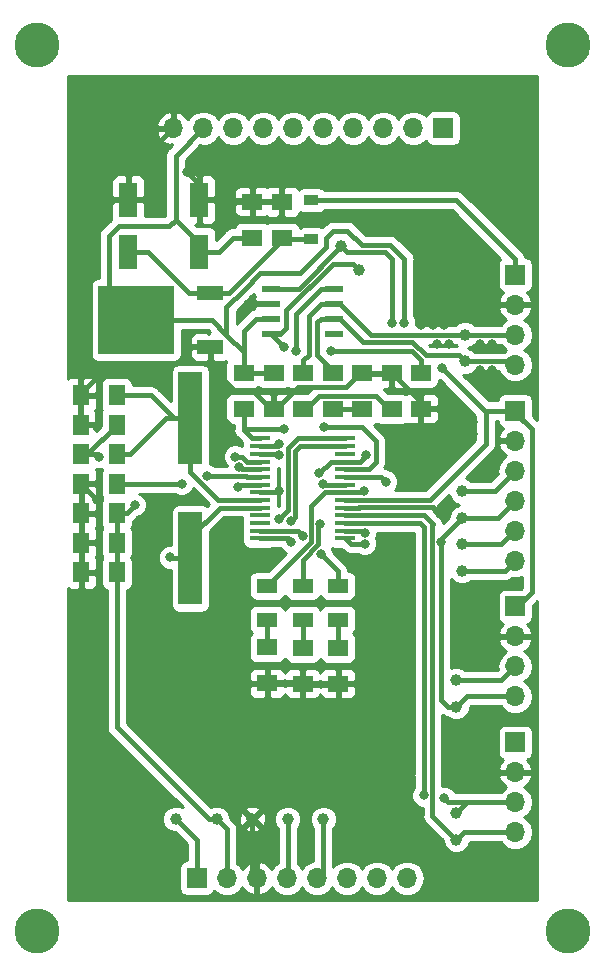
<source format=gbr>
G04 #@! TF.GenerationSoftware,KiCad,Pcbnew,(5.0.0)*
G04 #@! TF.CreationDate,2018-10-11T21:50:58+05:00*
G04 #@! TF.ProjectId,Dev Board,44657620426F6172642E6B696361645F,rev?*
G04 #@! TF.SameCoordinates,Original*
G04 #@! TF.FileFunction,Copper,L1,Top,Signal*
G04 #@! TF.FilePolarity,Positive*
%FSLAX46Y46*%
G04 Gerber Fmt 4.6, Leading zero omitted, Abs format (unit mm)*
G04 Created by KiCad (PCBNEW (5.0.0)) date 10/11/18 21:50:58*
%MOMM*%
%LPD*%
G01*
G04 APERTURE LIST*
G04 #@! TA.AperFunction,ComponentPad*
%ADD10C,3.800000*%
G04 #@! TD*
G04 #@! TA.AperFunction,SMDPad,CuDef*
%ADD11R,1.395000X1.800000*%
G04 #@! TD*
G04 #@! TA.AperFunction,SMDPad,CuDef*
%ADD12R,1.800000X1.395000*%
G04 #@! TD*
G04 #@! TA.AperFunction,SMDPad,CuDef*
%ADD13R,1.600000X3.000000*%
G04 #@! TD*
G04 #@! TA.AperFunction,SMDPad,CuDef*
%ADD14R,1.800000X1.220000*%
G04 #@! TD*
G04 #@! TA.AperFunction,ComponentPad*
%ADD15R,1.700000X1.700000*%
G04 #@! TD*
G04 #@! TA.AperFunction,ComponentPad*
%ADD16O,1.700000X1.700000*%
G04 #@! TD*
G04 #@! TA.AperFunction,BGAPad,CuDef*
%ADD17C,1.000000*%
G04 #@! TD*
G04 #@! TA.AperFunction,SMDPad,CuDef*
%ADD18R,1.550000X0.600000*%
G04 #@! TD*
G04 #@! TA.AperFunction,SMDPad,CuDef*
%ADD19R,1.750000X0.450000*%
G04 #@! TD*
G04 #@! TA.AperFunction,SMDPad,CuDef*
%ADD20R,2.200000X1.200000*%
G04 #@! TD*
G04 #@! TA.AperFunction,SMDPad,CuDef*
%ADD21R,6.400000X5.800000*%
G04 #@! TD*
G04 #@! TA.AperFunction,SMDPad,CuDef*
%ADD22R,2.000000X7.875000*%
G04 #@! TD*
G04 #@! TA.AperFunction,SMDPad,CuDef*
%ADD23R,1.200000X0.900000*%
G04 #@! TD*
G04 #@! TA.AperFunction,ViaPad*
%ADD24C,0.800000*%
G04 #@! TD*
G04 #@! TA.AperFunction,Conductor*
%ADD25C,0.457200*%
G04 #@! TD*
G04 #@! TA.AperFunction,Conductor*
%ADD26C,0.609600*%
G04 #@! TD*
G04 #@! TA.AperFunction,Conductor*
%ADD27C,0.406400*%
G04 #@! TD*
G04 #@! TA.AperFunction,Conductor*
%ADD28C,0.254000*%
G04 #@! TD*
G04 APERTURE END LIST*
D10*
G04 #@! TO.P,,1*
G04 #@! TO.N,N/C*
X174500000Y-149900000D03*
G04 #@! TD*
G04 #@! TO.P,,1*
G04 #@! TO.N,N/C*
X174500000Y-74900000D03*
G04 #@! TD*
G04 #@! TO.P,,1*
G04 #@! TO.N,N/C*
X129500000Y-74900000D03*
G04 #@! TD*
G04 #@! TO.P,,1*
G04 #@! TO.N,N/C*
X129500000Y-149900000D03*
G04 #@! TD*
D11*
G04 #@! TO.P,C1,1*
G04 #@! TO.N,VCC*
X136285000Y-114500000D03*
G04 #@! TO.P,C1,2*
G04 #@! TO.N,GND*
X133250000Y-114500000D03*
G04 #@! TD*
D12*
G04 #@! TO.P,C2,2*
G04 #@! TO.N,GND*
X149550000Y-105667500D03*
G04 #@! TO.P,C2,1*
G04 #@! TO.N,VCC*
X149550000Y-102632500D03*
G04 #@! TD*
D11*
G04 #@! TO.P,C3,2*
G04 #@! TO.N,GND*
X133250000Y-119500000D03*
G04 #@! TO.P,C3,1*
G04 #@! TO.N,VCC*
X136285000Y-119500000D03*
G04 #@! TD*
G04 #@! TO.P,C4,1*
G04 #@! TO.N,VCC*
X136285000Y-117000000D03*
G04 #@! TO.P,C4,2*
G04 #@! TO.N,GND*
X133250000Y-117000000D03*
G04 #@! TD*
D12*
G04 #@! TO.P,C5,1*
G04 #@! TO.N,Net-(C5-Pad1)*
X157050000Y-105685000D03*
G04 #@! TO.P,C5,2*
G04 #@! TO.N,GND*
X157050000Y-102650000D03*
G04 #@! TD*
G04 #@! TO.P,C6,1*
G04 #@! TO.N,Net-(C6-Pad1)*
X159550000Y-105685000D03*
G04 #@! TO.P,C6,2*
G04 #@! TO.N,GND*
X159550000Y-102650000D03*
G04 #@! TD*
D11*
G04 #@! TO.P,C7,2*
G04 #@! TO.N,GND*
X133232500Y-104500000D03*
G04 #@! TO.P,C7,1*
G04 #@! TO.N,/OSC1*
X136267500Y-104500000D03*
G04 #@! TD*
G04 #@! TO.P,C8,2*
G04 #@! TO.N,GND*
X133215000Y-107000000D03*
G04 #@! TO.P,C8,1*
G04 #@! TO.N,/OSC2*
X136250000Y-107000000D03*
G04 #@! TD*
D12*
G04 #@! TO.P,C9,2*
G04 #@! TO.N,GND*
X150250000Y-88150000D03*
G04 #@! TO.P,C9,1*
G04 #@! TO.N,/Vin*
X150250000Y-91185000D03*
G04 #@! TD*
D13*
G04 #@! TO.P,C10,2*
G04 #@! TO.N,GND*
X137250000Y-87950000D03*
G04 #@! TO.P,C10,1*
G04 #@! TO.N,/Vin*
X137250000Y-92350000D03*
G04 #@! TD*
D12*
G04 #@! TO.P,C11,1*
G04 #@! TO.N,VCC*
X147750000Y-91167500D03*
G04 #@! TO.P,C11,2*
G04 #@! TO.N,GND*
X147750000Y-88132500D03*
G04 #@! TD*
D13*
G04 #@! TO.P,C12,1*
G04 #@! TO.N,VCC*
X143250000Y-92350000D03*
G04 #@! TO.P,C12,2*
G04 #@! TO.N,GND*
X143250000Y-87950000D03*
G04 #@! TD*
D14*
G04 #@! TO.P,D1,1*
G04 #@! TO.N,Net-(D1-Pad1)*
X149000000Y-123510000D03*
G04 #@! TO.P,D1,2*
G04 #@! TO.N,/LED_RB0*
X149000000Y-120650000D03*
G04 #@! TD*
G04 #@! TO.P,D2,2*
G04 #@! TO.N,/LED_RB1*
X152000000Y-120650000D03*
G04 #@! TO.P,D2,1*
G04 #@! TO.N,Net-(D2-Pad1)*
X152000000Y-123510000D03*
G04 #@! TD*
G04 #@! TO.P,D3,1*
G04 #@! TO.N,Net-(D3-Pad1)*
X155000000Y-123510000D03*
G04 #@! TO.P,D3,2*
G04 #@! TO.N,/LED_RB4*
X155000000Y-120650000D03*
G04 #@! TD*
D15*
G04 #@! TO.P,J1,1*
G04 #@! TO.N,/~MCLR~*
X143050000Y-145400000D03*
D16*
G04 #@! TO.P,J1,2*
G04 #@! TO.N,VCC*
X145590000Y-145400000D03*
G04 #@! TO.P,J1,3*
G04 #@! TO.N,GND*
X148130000Y-145400000D03*
G04 #@! TO.P,J1,4*
G04 #@! TO.N,/PGD*
X150670000Y-145400000D03*
G04 #@! TO.P,J1,5*
G04 #@! TO.N,/PGC*
X153210000Y-145400000D03*
G04 #@! TO.P,J1,6*
G04 #@! TO.N,Net-(J1-Pad6)*
X155750000Y-145400000D03*
G04 #@! TO.P,J1,7*
G04 #@! TO.N,Net-(J1-Pad7)*
X158290000Y-145400000D03*
G04 #@! TO.P,J1,8*
G04 #@! TO.N,Net-(J1-Pad8)*
X160830000Y-145400000D03*
G04 #@! TD*
G04 #@! TO.P,J2,4*
G04 #@! TO.N,/SDA_SDI*
X170000000Y-130020000D03*
G04 #@! TO.P,J2,3*
G04 #@! TO.N,/SCL_SCK*
X170000000Y-127480000D03*
G04 #@! TO.P,J2,2*
G04 #@! TO.N,GND*
X170000000Y-124940000D03*
D15*
G04 #@! TO.P,J2,1*
G04 #@! TO.N,VCC*
X170000000Y-122400000D03*
G04 #@! TD*
G04 #@! TO.P,J3,1*
G04 #@! TO.N,VCC*
X170000000Y-133900000D03*
D16*
G04 #@! TO.P,J3,2*
G04 #@! TO.N,GND*
X170000000Y-136440000D03*
G04 #@! TO.P,J3,3*
G04 #@! TO.N,/TX1*
X170000000Y-138980000D03*
G04 #@! TO.P,J3,4*
G04 #@! TO.N,/RX1*
X170000000Y-141520000D03*
G04 #@! TD*
D15*
G04 #@! TO.P,J4,1*
G04 #@! TO.N,VCC*
X170000000Y-105820000D03*
D16*
G04 #@! TO.P,J4,2*
G04 #@! TO.N,GND*
X170000000Y-108360000D03*
G04 #@! TO.P,J4,3*
G04 #@! TO.N,/SCL_SCK*
X170000000Y-110900000D03*
G04 #@! TO.P,J4,4*
G04 #@! TO.N,/SDA_SDI*
X170000000Y-113440000D03*
G04 #@! TO.P,J4,5*
G04 #@! TO.N,/SDO*
X170000000Y-115980000D03*
G04 #@! TO.P,J4,6*
G04 #@! TO.N,/~SS~*
X170000000Y-118520000D03*
G04 #@! TD*
D15*
G04 #@! TO.P,J5,1*
G04 #@! TO.N,+12V*
X170000000Y-94320000D03*
D16*
G04 #@! TO.P,J5,2*
G04 #@! TO.N,GND*
X170000000Y-96860000D03*
G04 #@! TO.P,J5,3*
G04 #@! TO.N,/CAN_H*
X170000000Y-99400000D03*
G04 #@! TO.P,J5,4*
G04 #@! TO.N,/CAN_L*
X170000000Y-101940000D03*
G04 #@! TD*
D12*
G04 #@! TO.P,R1,1*
G04 #@! TO.N,Net-(R1-Pad1)*
X162000000Y-102615000D03*
G04 #@! TO.P,R1,2*
G04 #@! TO.N,GND*
X162000000Y-105650000D03*
G04 #@! TD*
G04 #@! TO.P,R2,1*
G04 #@! TO.N,/CAN_L*
X154550000Y-102650000D03*
G04 #@! TO.P,R2,2*
G04 #@! TO.N,Net-(C5-Pad1)*
X154550000Y-105685000D03*
G04 #@! TD*
G04 #@! TO.P,R3,2*
G04 #@! TO.N,Net-(C6-Pad1)*
X152050000Y-105685000D03*
G04 #@! TO.P,R3,1*
G04 #@! TO.N,/CAN_H*
X152050000Y-102650000D03*
G04 #@! TD*
D11*
G04 #@! TO.P,R4,1*
G04 #@! TO.N,/OSC2*
X133232500Y-109500000D03*
G04 #@! TO.P,R4,2*
G04 #@! TO.N,/OSC1*
X136267500Y-109500000D03*
G04 #@! TD*
D12*
G04 #@! TO.P,R5,2*
G04 #@! TO.N,Net-(D1-Pad1)*
X149000000Y-125865000D03*
G04 #@! TO.P,R5,1*
G04 #@! TO.N,GND*
X149000000Y-128900000D03*
G04 #@! TD*
G04 #@! TO.P,R6,2*
G04 #@! TO.N,Net-(D2-Pad1)*
X152000000Y-125900000D03*
G04 #@! TO.P,R6,1*
G04 #@! TO.N,GND*
X152000000Y-128935000D03*
G04 #@! TD*
G04 #@! TO.P,R7,1*
G04 #@! TO.N,GND*
X155000000Y-128935000D03*
G04 #@! TO.P,R7,2*
G04 #@! TO.N,Net-(D3-Pad1)*
X155000000Y-125900000D03*
G04 #@! TD*
G04 #@! TO.P,R8,2*
G04 #@! TO.N,/~MCLR~*
X147000000Y-105650000D03*
G04 #@! TO.P,R8,1*
G04 #@! TO.N,VCC*
X147000000Y-102615000D03*
G04 #@! TD*
D17*
G04 #@! TO.P,TP1,1*
G04 #@! TO.N,/~MCLR~*
X141250000Y-140400000D03*
G04 #@! TD*
G04 #@! TO.P,TP2,1*
G04 #@! TO.N,/PGD*
X150750000Y-140400000D03*
G04 #@! TD*
G04 #@! TO.P,TP3,1*
G04 #@! TO.N,/PGC*
X153750000Y-140400000D03*
G04 #@! TD*
G04 #@! TO.P,TP5,1*
G04 #@! TO.N,/CAN_H*
X165750000Y-99400000D03*
G04 #@! TD*
G04 #@! TO.P,TP6,1*
G04 #@! TO.N,/CAN_L*
X165750000Y-101650000D03*
G04 #@! TD*
G04 #@! TO.P,TP7,1*
G04 #@! TO.N,/CAN_TXD*
X155250000Y-91900000D03*
G04 #@! TD*
G04 #@! TO.P,TP8,1*
G04 #@! TO.N,/CAN_RXD*
X156750000Y-93900000D03*
G04 #@! TD*
G04 #@! TO.P,TP9,1*
G04 #@! TO.N,/SCL_SCK*
X165000000Y-128650000D03*
G04 #@! TD*
G04 #@! TO.P,TP10,1*
G04 #@! TO.N,/SDA_SDI*
X165000000Y-130900000D03*
G04 #@! TD*
G04 #@! TO.P,TP11,1*
G04 #@! TO.N,/TX1*
X165000000Y-139900000D03*
G04 #@! TD*
G04 #@! TO.P,TP12,1*
G04 #@! TO.N,/RX1*
X165000000Y-142150000D03*
G04 #@! TD*
G04 #@! TO.P,TP13,1*
G04 #@! TO.N,/SCL_SCK*
X165500000Y-112650000D03*
G04 #@! TD*
G04 #@! TO.P,TP14,1*
G04 #@! TO.N,/SDA_SDI*
X165500000Y-114900000D03*
G04 #@! TD*
G04 #@! TO.P,TP15,1*
G04 #@! TO.N,/SDO*
X165500000Y-117150000D03*
G04 #@! TD*
G04 #@! TO.P,TP16,1*
G04 #@! TO.N,/~SS~*
X165500000Y-119400000D03*
G04 #@! TD*
G04 #@! TO.P,TP17,1*
G04 #@! TO.N,VCC*
X144750000Y-140400000D03*
G04 #@! TD*
G04 #@! TO.P,TP18,1*
G04 #@! TO.N,GND*
X147750000Y-140400000D03*
G04 #@! TD*
D18*
G04 #@! TO.P,U1,1*
G04 #@! TO.N,/CAN_TXD*
X149300000Y-95495000D03*
G04 #@! TO.P,U1,2*
G04 #@! TO.N,GND*
X149300000Y-96765000D03*
G04 #@! TO.P,U1,3*
G04 #@! TO.N,VCC*
X149300000Y-98035000D03*
G04 #@! TO.P,U1,4*
G04 #@! TO.N,/CAN_RXD*
X149300000Y-99305000D03*
G04 #@! TO.P,U1,5*
G04 #@! TO.N,Net-(U1-Pad5)*
X154700000Y-99305000D03*
G04 #@! TO.P,U1,6*
G04 #@! TO.N,/CAN_L*
X154700000Y-98035000D03*
G04 #@! TO.P,U1,7*
G04 #@! TO.N,/CAN_H*
X154700000Y-96765000D03*
G04 #@! TO.P,U1,8*
G04 #@! TO.N,Net-(R1-Pad1)*
X154700000Y-95495000D03*
G04 #@! TD*
D19*
G04 #@! TO.P,U2,1*
G04 #@! TO.N,/~MCLR~*
X148400000Y-108175000D03*
G04 #@! TO.P,U2,2*
G04 #@! TO.N,/AN0*
X148400000Y-108825000D03*
G04 #@! TO.P,U2,3*
G04 #@! TO.N,/AN1*
X148400000Y-109475000D03*
G04 #@! TO.P,U2,4*
G04 #@! TO.N,/AN2*
X148400000Y-110125000D03*
G04 #@! TO.P,U2,5*
G04 #@! TO.N,/AN3*
X148400000Y-110775000D03*
G04 #@! TO.P,U2,6*
G04 #@! TO.N,Net-(C13-Pad1)*
X148400000Y-111425000D03*
G04 #@! TO.P,U2,7*
G04 #@! TO.N,/AN4*
X148400000Y-112075000D03*
G04 #@! TO.P,U2,8*
G04 #@! TO.N,GND*
X148400000Y-112725000D03*
G04 #@! TO.P,U2,9*
G04 #@! TO.N,/OSC1*
X148400000Y-113375000D03*
G04 #@! TO.P,U2,10*
G04 #@! TO.N,/OSC2*
X148400000Y-114025000D03*
G04 #@! TO.P,U2,11*
G04 #@! TO.N,Net-(U2-Pad11)*
X148400000Y-114675000D03*
G04 #@! TO.P,U2,12*
G04 #@! TO.N,Net-(U2-Pad12)*
X148400000Y-115325000D03*
G04 #@! TO.P,U2,13*
G04 #@! TO.N,/~SS~*
X148400000Y-115975000D03*
G04 #@! TO.P,U2,14*
G04 #@! TO.N,/SCL_SCK*
X148400000Y-116625000D03*
G04 #@! TO.P,U2,15*
G04 #@! TO.N,/SDA_SDI*
X155600000Y-116625000D03*
G04 #@! TO.P,U2,16*
G04 #@! TO.N,/SDO*
X155600000Y-115975000D03*
G04 #@! TO.P,U2,17*
G04 #@! TO.N,/TX1*
X155600000Y-115325000D03*
G04 #@! TO.P,U2,18*
G04 #@! TO.N,/RX1*
X155600000Y-114675000D03*
G04 #@! TO.P,U2,19*
G04 #@! TO.N,GND*
X155600000Y-114025000D03*
G04 #@! TO.P,U2,20*
G04 #@! TO.N,VCC*
X155600000Y-113375000D03*
G04 #@! TO.P,U2,21*
G04 #@! TO.N,/LED_RB0*
X155600000Y-112725000D03*
G04 #@! TO.P,U2,22*
G04 #@! TO.N,/LED_RB1*
X155600000Y-112075000D03*
G04 #@! TO.P,U2,23*
G04 #@! TO.N,/CAN_TXD*
X155600000Y-111425000D03*
G04 #@! TO.P,U2,24*
G04 #@! TO.N,/CAN_RXD*
X155600000Y-110775000D03*
G04 #@! TO.P,U2,25*
G04 #@! TO.N,/LED_RB4*
X155600000Y-110125000D03*
G04 #@! TO.P,U2,26*
G04 #@! TO.N,Net-(U2-Pad26)*
X155600000Y-109475000D03*
G04 #@! TO.P,U2,27*
G04 #@! TO.N,/PGC*
X155600000Y-108825000D03*
G04 #@! TO.P,U2,28*
G04 #@! TO.N,/PGD*
X155600000Y-108175000D03*
G04 #@! TD*
D20*
G04 #@! TO.P,U3,1*
G04 #@! TO.N,GND*
X144200000Y-100430000D03*
G04 #@! TO.P,U3,3*
G04 #@! TO.N,/Vin*
X144200000Y-95870000D03*
D21*
G04 #@! TO.P,U3,2*
G04 #@! TO.N,VCC*
X137900000Y-98150000D03*
G04 #@! TD*
D22*
G04 #@! TO.P,Y1,1*
G04 #@! TO.N,/OSC1*
X142500000Y-106462500D03*
G04 #@! TO.P,Y1,2*
G04 #@! TO.N,/OSC2*
X142500000Y-118337500D03*
G04 #@! TD*
D11*
G04 #@! TO.P,C13,1*
G04 #@! TO.N,Net-(C13-Pad1)*
X136285000Y-112000000D03*
G04 #@! TO.P,C13,2*
G04 #@! TO.N,GND*
X133250000Y-112000000D03*
G04 #@! TD*
D23*
G04 #@! TO.P,D4,1*
G04 #@! TO.N,/Vin*
X152750000Y-91300000D03*
G04 #@! TO.P,D4,2*
G04 #@! TO.N,+12V*
X152750000Y-88000000D03*
G04 #@! TD*
D15*
G04 #@! TO.P,J6,1*
G04 #@! TO.N,/LED_RB0*
X163910000Y-81900000D03*
D16*
G04 #@! TO.P,J6,2*
G04 #@! TO.N,/LED_RB1*
X161370000Y-81900000D03*
G04 #@! TO.P,J6,3*
G04 #@! TO.N,/LED_RB4*
X158830000Y-81900000D03*
G04 #@! TO.P,J6,4*
G04 #@! TO.N,/AN0*
X156290000Y-81900000D03*
G04 #@! TO.P,J6,5*
G04 #@! TO.N,/AN1*
X153750000Y-81900000D03*
G04 #@! TO.P,J6,6*
G04 #@! TO.N,/AN2*
X151210000Y-81900000D03*
G04 #@! TO.P,J6,7*
G04 #@! TO.N,/AN3*
X148670000Y-81900000D03*
G04 #@! TO.P,J6,8*
G04 #@! TO.N,/AN4*
X146130000Y-81900000D03*
G04 #@! TO.P,J6,9*
G04 #@! TO.N,VCC*
X143590000Y-81900000D03*
G04 #@! TO.P,J6,10*
G04 #@! TO.N,GND*
X141050000Y-81900000D03*
G04 #@! TD*
D24*
G04 #@! TO.N,VCC*
X137900000Y-98150000D03*
X137800000Y-113800000D03*
X160600000Y-98400000D03*
X163800000Y-102200000D03*
G04 #@! TO.N,GND*
X134600000Y-107200000D03*
X134600000Y-113400000D03*
X163600000Y-114600000D03*
X132600000Y-102400000D03*
X134000000Y-102400000D03*
X139200000Y-102600000D03*
X147400000Y-96800000D03*
X150200000Y-89600000D03*
X150000000Y-112600000D03*
X163400000Y-100200000D03*
X164400000Y-100200000D03*
X167000000Y-100200000D03*
X168000000Y-100200000D03*
X162000000Y-98600000D03*
X163000000Y-98600000D03*
X164000000Y-98600000D03*
X162400000Y-111800000D03*
X161400000Y-111800000D03*
X160400000Y-111800000D03*
X160400000Y-109800000D03*
X160400000Y-110800000D03*
X161400000Y-109800000D03*
X162400000Y-109800000D03*
X161400000Y-110800000D03*
X162400000Y-110800000D03*
X162400000Y-107800000D03*
X161400000Y-108800000D03*
X162400000Y-108800000D03*
X161400000Y-107800000D03*
X160400000Y-108800000D03*
X160400000Y-107800000D03*
X142200000Y-85600000D03*
X163400000Y-107800000D03*
X164400000Y-107800000D03*
X165400000Y-107800000D03*
X163400000Y-108800000D03*
X164400000Y-108800000D03*
X165400000Y-108800000D03*
X163400000Y-109800000D03*
X164400000Y-109800000D03*
X163400000Y-110800000D03*
X166400000Y-107800000D03*
X166400000Y-106800000D03*
X165400000Y-106800000D03*
X164400000Y-106800000D03*
X167000000Y-102400000D03*
X168000000Y-102400000D03*
G04 #@! TO.N,/OSC2*
X140750000Y-118250000D03*
X134750000Y-109750000D03*
G04 #@! TO.N,/LED_RB0*
X157200000Y-112600000D03*
G04 #@! TO.N,/LED_RB1*
X153505600Y-115400000D03*
X153704998Y-112002136D03*
G04 #@! TO.N,/LED_RB4*
X153554428Y-117954428D03*
X153421055Y-111093045D03*
X157400000Y-109600000D03*
G04 #@! TO.N,/~MCLR~*
X150400000Y-107400000D03*
G04 #@! TO.N,/PGD*
X150000000Y-115000000D03*
G04 #@! TO.N,/PGC*
X151000000Y-115200000D03*
G04 #@! TO.N,/SDA_SDI*
X157250000Y-117102403D03*
X163750000Y-116900000D03*
G04 #@! TO.N,/SCL_SCK*
X151000000Y-116900000D03*
G04 #@! TO.N,/TX1*
X164000000Y-138650000D03*
X162238799Y-138400000D03*
G04 #@! TO.N,/SDO*
X157250000Y-116150000D03*
G04 #@! TO.N,/~SS~*
X151994400Y-116400000D03*
G04 #@! TO.N,Net-(R1-Pad1)*
X151400000Y-100800000D03*
X154400000Y-100800000D03*
G04 #@! TO.N,/CAN_TXD*
X159034290Y-111834290D03*
X159600000Y-98400000D03*
G04 #@! TO.N,/CAN_RXD*
X153800000Y-107200000D03*
X150400000Y-100400000D03*
G04 #@! TO.N,Net-(C13-Pad1)*
X141750000Y-112000000D03*
X143909290Y-111340710D03*
G04 #@! TO.N,/AN0*
X150000000Y-108647597D03*
G04 #@! TO.N,/AN1*
X150000000Y-109600000D03*
G04 #@! TO.N,/AN2*
X146279419Y-109702422D03*
G04 #@! TO.N,/AN3*
X146637092Y-110585110D03*
G04 #@! TO.N,/AN4*
X146500000Y-112250000D03*
G04 #@! TD*
D25*
G04 #@! TO.N,VCC*
X149532500Y-102615000D02*
X149550000Y-102632500D01*
X147000000Y-102615000D02*
X149532500Y-102615000D01*
X141557200Y-98150000D02*
X137900000Y-98150000D01*
X144305802Y-98150000D02*
X141557200Y-98150000D01*
X143250000Y-93100000D02*
X143250000Y-92350000D01*
X137900000Y-98150000D02*
X138200000Y-98150000D01*
X143250000Y-92350000D02*
X144900000Y-92350000D01*
X146082500Y-91167500D02*
X147750000Y-91167500D01*
X144900000Y-92350000D02*
X146082500Y-91167500D01*
X143590000Y-81900000D02*
X141250000Y-84240000D01*
X143250000Y-91650000D02*
X143250000Y-92350000D01*
X141250000Y-89650000D02*
X143250000Y-91650000D01*
X141250000Y-84240000D02*
X141250000Y-89650000D01*
X145590000Y-141240000D02*
X144750000Y-140400000D01*
X145590000Y-145400000D02*
X145590000Y-141240000D01*
X137600000Y-98150000D02*
X135600000Y-96150000D01*
X137900000Y-98150000D02*
X137600000Y-98150000D01*
X135600000Y-91014198D02*
X136414198Y-90200000D01*
X135600000Y-96150000D02*
X135600000Y-91014198D01*
X140700000Y-90200000D02*
X141250000Y-89650000D01*
X136414198Y-90200000D02*
X140700000Y-90200000D01*
X147000000Y-102615000D02*
X147000000Y-101200000D01*
X147000000Y-101200000D02*
X147000000Y-100844198D01*
X170000000Y-106000000D02*
X170000000Y-105820000D01*
X171400000Y-107400000D02*
X170000000Y-106000000D01*
X171400000Y-121200000D02*
X171400000Y-107400000D01*
X170000000Y-122400000D02*
X170200000Y-122400000D01*
X170200000Y-122400000D02*
X171400000Y-121200000D01*
X136285000Y-119500000D02*
X136285000Y-117000000D01*
X136285000Y-117000000D02*
X136285000Y-114500000D01*
X137100000Y-114500000D02*
X136285000Y-114500000D01*
X137800000Y-113800000D02*
X137100000Y-114500000D01*
X147000000Y-95600000D02*
X148400000Y-94200000D01*
X148400000Y-94200000D02*
X151800000Y-94200000D01*
X151800000Y-94200000D02*
X154000000Y-92000000D01*
X154000000Y-92000000D02*
X154000000Y-91200000D01*
X154000000Y-91200000D02*
X154181001Y-91018999D01*
X154181001Y-91018999D02*
X154600000Y-90600000D01*
X154600000Y-90600000D02*
X155800000Y-90600000D01*
X155800000Y-90600000D02*
X157000000Y-91800000D01*
X157000000Y-91800000D02*
X159226197Y-91800000D01*
X159226197Y-91800000D02*
X159400000Y-91800000D01*
X159400000Y-91800000D02*
X160600000Y-93000000D01*
X160600000Y-93000000D02*
X160600000Y-98400000D01*
X163800000Y-102200000D02*
X167420000Y-105820000D01*
X156735802Y-113375000D02*
X156760802Y-113400000D01*
X156760802Y-113400000D02*
X162750000Y-113400000D01*
X162750000Y-113400000D02*
X167500000Y-108650000D01*
X155600000Y-113375000D02*
X156735802Y-113375000D01*
X167500000Y-105920000D02*
X167600000Y-105820000D01*
X167500000Y-108650000D02*
X167500000Y-105920000D01*
X167420000Y-105820000D02*
X167600000Y-105820000D01*
X167600000Y-105820000D02*
X170000000Y-105820000D01*
X145555802Y-97044198D02*
X145555802Y-99400000D01*
X147000000Y-95600000D02*
X145555802Y-97044198D01*
X147000000Y-100844198D02*
X145555802Y-99400000D01*
X145555802Y-99400000D02*
X144305802Y-98150000D01*
X147000000Y-99102800D02*
X147000000Y-100844198D01*
X148067800Y-98035000D02*
X147000000Y-99102800D01*
X149300000Y-98035000D02*
X148067800Y-98035000D01*
X136285000Y-120857200D02*
X136285000Y-119500000D01*
X136285000Y-132642106D02*
X136285000Y-120857200D01*
X144042894Y-140400000D02*
X136285000Y-132642106D01*
X144750000Y-140400000D02*
X144042894Y-140400000D01*
D26*
G04 #@! TO.N,GND*
X151965000Y-128900000D02*
X152000000Y-128935000D01*
X149000000Y-128900000D02*
X151965000Y-128900000D01*
X152000000Y-128935000D02*
X155000000Y-128935000D01*
D25*
X144200000Y-102098302D02*
X146251698Y-104150000D01*
X149347500Y-105667500D02*
X149550000Y-105667500D01*
X147830000Y-104150000D02*
X149347500Y-105667500D01*
X146251698Y-104150000D02*
X147830000Y-104150000D01*
X147750000Y-145020000D02*
X148130000Y-145400000D01*
X147750000Y-140400000D02*
X147750000Y-145020000D01*
X150232500Y-88132500D02*
X150250000Y-88150000D01*
X147750000Y-88132500D02*
X150232500Y-88132500D01*
X162000000Y-105100000D02*
X159550000Y-102650000D01*
X162000000Y-105650000D02*
X162000000Y-105100000D01*
X159550000Y-102650000D02*
X157050000Y-102650000D01*
X156847500Y-102650000D02*
X157050000Y-102650000D01*
X155692800Y-103804700D02*
X156847500Y-102650000D01*
X151624700Y-103804700D02*
X155692800Y-103804700D01*
X151620000Y-103800000D02*
X151624700Y-103804700D01*
X149752500Y-105667500D02*
X151620000Y-103800000D01*
X149550000Y-105667500D02*
X149752500Y-105667500D01*
X133232500Y-104297500D02*
X133232500Y-104500000D01*
X135730000Y-101800000D02*
X133232500Y-104297500D01*
X144200000Y-101800000D02*
X135730000Y-101800000D01*
X144200000Y-101800000D02*
X144200000Y-102098302D01*
X135992800Y-87950000D02*
X137250000Y-87950000D01*
X133232500Y-90710300D02*
X135992800Y-87950000D01*
X133232500Y-104500000D02*
X133232500Y-90710300D01*
X147567500Y-87950000D02*
X147750000Y-88132500D01*
X143250000Y-87950000D02*
X147567500Y-87950000D01*
X143250000Y-87950000D02*
X143250000Y-86650000D01*
X143250000Y-86650000D02*
X142200000Y-85600000D01*
X137250000Y-85700000D02*
X141050000Y-81900000D01*
X137250000Y-87950000D02*
X137250000Y-85700000D01*
X133215000Y-107000000D02*
X134400000Y-107000000D01*
X134400000Y-107000000D02*
X134600000Y-107200000D01*
X134600000Y-113350000D02*
X133250000Y-112000000D01*
X134600000Y-113400000D02*
X134600000Y-113350000D01*
X156775000Y-114025000D02*
X156790390Y-114009610D01*
X155600000Y-114025000D02*
X156775000Y-114025000D01*
X156790390Y-114009610D02*
X163009610Y-114009610D01*
X163009610Y-114009610D02*
X163600000Y-114600000D01*
X144200000Y-100430000D02*
X144200000Y-101800000D01*
X149300000Y-96765000D02*
X147435000Y-96765000D01*
X147435000Y-96765000D02*
X147400000Y-96800000D01*
X150200000Y-88200000D02*
X150250000Y-88150000D01*
X150200000Y-89600000D02*
X150200000Y-88200000D01*
X148400000Y-112725000D02*
X149875000Y-112725000D01*
X149875000Y-112725000D02*
X150000000Y-112600000D01*
D27*
G04 #@! TO.N,Net-(C5-Pad1)*
X154550000Y-105685000D02*
X157050000Y-105685000D01*
G04 #@! TO.N,Net-(C6-Pad1)*
X159347500Y-105685000D02*
X159550000Y-105685000D01*
X158243600Y-104581100D02*
X159347500Y-105685000D01*
X153356400Y-104581100D02*
X158243600Y-104581100D01*
X152252500Y-105685000D02*
X153356400Y-104581100D01*
X152050000Y-105685000D02*
X152252500Y-105685000D01*
G04 #@! TO.N,/OSC1*
X142500000Y-109400000D02*
X142500000Y-106462500D01*
X141093600Y-106462500D02*
X139131100Y-104500000D01*
X142500000Y-106462500D02*
X141093600Y-106462500D01*
X139131100Y-104500000D02*
X136267500Y-104500000D01*
X140408900Y-106462500D02*
X141093600Y-106462500D01*
X137371400Y-109500000D02*
X140408900Y-106462500D01*
X136267500Y-109500000D02*
X137371400Y-109500000D01*
X142500000Y-111000000D02*
X142500000Y-106462500D01*
X148400000Y-113375000D02*
X144875000Y-113375000D01*
X144875000Y-113375000D02*
X142500000Y-111000000D01*
G04 #@! TO.N,/OSC2*
X133750000Y-109500000D02*
X133232500Y-109500000D01*
X136250000Y-107000000D02*
X133750000Y-109500000D01*
X142500000Y-116500000D02*
X142500000Y-118337500D01*
X148400000Y-114025000D02*
X144975000Y-114025000D01*
X144975000Y-114025000D02*
X142500000Y-116500000D01*
X142500000Y-118337500D02*
X140837500Y-118337500D01*
X140837500Y-118337500D02*
X140750000Y-118250000D01*
X134500000Y-109500000D02*
X134750000Y-109750000D01*
X133232500Y-109500000D02*
X134500000Y-109500000D01*
D25*
G04 #@! TO.N,+12V*
X153807200Y-88000000D02*
X152750000Y-88000000D01*
X164987200Y-88000000D02*
X153807200Y-88000000D01*
X170000000Y-93012800D02*
X164987200Y-88000000D01*
X170000000Y-94320000D02*
X170000000Y-93012800D01*
D27*
G04 #@! TO.N,Net-(D1-Pad1)*
X149000000Y-125865000D02*
X149000000Y-123510000D01*
G04 #@! TO.N,/LED_RB0*
X153925000Y-112725000D02*
X155600000Y-112725000D01*
X152750000Y-113900000D02*
X153925000Y-112725000D01*
X149000000Y-120650000D02*
X152750000Y-116900000D01*
X152750000Y-116900000D02*
X152750000Y-113900000D01*
X155600000Y-112725000D02*
X157075000Y-112725000D01*
X157075000Y-112725000D02*
X157200000Y-112600000D01*
G04 #@! TO.N,/LED_RB1*
X152000000Y-118440276D02*
X153308810Y-117131466D01*
X152000000Y-120650000D02*
X152000000Y-118440276D01*
X153308810Y-117131466D02*
X153308810Y-115596790D01*
X153308810Y-115596790D02*
X153505600Y-115400000D01*
X153777862Y-112075000D02*
X155600000Y-112075000D01*
X153704998Y-112002136D02*
X153777862Y-112075000D01*
G04 #@! TO.N,Net-(D2-Pad1)*
X152000000Y-125900000D02*
X152000000Y-123510000D01*
G04 #@! TO.N,Net-(D3-Pad1)*
X155000000Y-125900000D02*
X155000000Y-123510000D01*
G04 #@! TO.N,/LED_RB4*
X155000000Y-120650000D02*
X155000000Y-119400000D01*
X155000000Y-119400000D02*
X153554428Y-117954428D01*
X154389100Y-110125000D02*
X155600000Y-110125000D01*
X153421055Y-111093045D02*
X154389100Y-110125000D01*
X156875000Y-110125000D02*
X157400000Y-109600000D01*
X155600000Y-110125000D02*
X156875000Y-110125000D01*
G04 #@! TO.N,/~MCLR~*
X147750000Y-108175000D02*
X148400000Y-108175000D01*
X147000000Y-107425000D02*
X147750000Y-108175000D01*
X147000000Y-105650000D02*
X147000000Y-107425000D01*
X143050000Y-142200000D02*
X141250000Y-140400000D01*
X143050000Y-145400000D02*
X143050000Y-142200000D01*
X147025000Y-107400000D02*
X147000000Y-107425000D01*
X150400000Y-107400000D02*
X147025000Y-107400000D01*
G04 #@! TO.N,/PGD*
X150750000Y-145320000D02*
X150670000Y-145400000D01*
X150750000Y-140400000D02*
X150750000Y-145320000D01*
X155600000Y-108175000D02*
X151825000Y-108175000D01*
X151590887Y-108175000D02*
X150800000Y-108965887D01*
X151825000Y-108175000D02*
X151590887Y-108175000D01*
X150800000Y-108965887D02*
X150800000Y-114200000D01*
X150800000Y-114200000D02*
X150000000Y-115000000D01*
G04 #@! TO.N,/PGC*
X153750000Y-144860000D02*
X153210000Y-145400000D01*
X153750000Y-140400000D02*
X153750000Y-144860000D01*
X154318600Y-108825000D02*
X154293600Y-108800000D01*
X155600000Y-108825000D02*
X154318600Y-108825000D01*
X154293600Y-108800000D02*
X151800000Y-108800000D01*
X151800000Y-108800000D02*
X151358810Y-109241190D01*
X151358810Y-109241190D02*
X151358810Y-110800000D01*
X151358810Y-110800000D02*
X151358810Y-114841190D01*
X151358810Y-114841190D02*
X151000000Y-115200000D01*
G04 #@! TO.N,/SDA_SDI*
X168540000Y-114900000D02*
X170000000Y-113440000D01*
X165500000Y-114900000D02*
X168540000Y-114900000D01*
X155600000Y-116625000D02*
X156077403Y-117102403D01*
X156077403Y-117102403D02*
X157250000Y-117102403D01*
X163750000Y-116650000D02*
X165500000Y-114900000D01*
X163750000Y-116900000D02*
X163750000Y-116650000D01*
X165880000Y-130020000D02*
X170000000Y-130020000D01*
X165000000Y-130900000D02*
X165880000Y-130020000D01*
X164292894Y-130900000D02*
X163750000Y-130357106D01*
X165000000Y-130900000D02*
X164292894Y-130900000D01*
X163750000Y-130357106D02*
X163750000Y-116900000D01*
G04 #@! TO.N,/SCL_SCK*
X168250000Y-112650000D02*
X170000000Y-110900000D01*
X165500000Y-112650000D02*
X168250000Y-112650000D01*
X148400000Y-116625000D02*
X150725000Y-116625000D01*
X150725000Y-116625000D02*
X151000000Y-116900000D01*
X168830000Y-128650000D02*
X170000000Y-127480000D01*
X165000000Y-128650000D02*
X168830000Y-128650000D01*
G04 #@! TO.N,/TX1*
X165920000Y-138980000D02*
X165000000Y-139900000D01*
X170000000Y-138980000D02*
X165920000Y-138980000D01*
X165920000Y-138980000D02*
X164330000Y-138980000D01*
X164330000Y-138980000D02*
X164000000Y-138650000D01*
X161925000Y-115325000D02*
X155600000Y-115325000D01*
X162250000Y-115650000D02*
X161925000Y-115325000D01*
X162250000Y-136650000D02*
X162250000Y-115650000D01*
X162238799Y-138400000D02*
X162238799Y-136661201D01*
X162238799Y-136661201D02*
X162250000Y-136650000D01*
G04 #@! TO.N,/RX1*
X165630000Y-141520000D02*
X165000000Y-142150000D01*
X170000000Y-141520000D02*
X165630000Y-141520000D01*
X155600000Y-114675000D02*
X162275000Y-114675000D01*
X162275000Y-114675000D02*
X163000000Y-115400000D01*
X164500001Y-141650001D02*
X165000000Y-142150000D01*
X162994399Y-140144399D02*
X164500001Y-141650001D01*
X162994399Y-115405601D02*
X162994399Y-140144399D01*
X163000000Y-115400000D02*
X162994399Y-115405601D01*
G04 #@! TO.N,/SDO*
X168830000Y-117150000D02*
X170000000Y-115980000D01*
X165500000Y-117150000D02*
X168830000Y-117150000D01*
X157075000Y-115975000D02*
X155600000Y-115975000D01*
X157250000Y-116150000D02*
X157075000Y-115975000D01*
G04 #@! TO.N,/~SS~*
X169120000Y-119400000D02*
X170000000Y-118520000D01*
X165500000Y-119400000D02*
X169120000Y-119400000D01*
X151569400Y-115975000D02*
X148400000Y-115975000D01*
X151994400Y-116400000D02*
X151569400Y-115975000D01*
G04 #@! TO.N,/CAN_H*
X152050000Y-101546100D02*
X152500000Y-101096100D01*
X152050000Y-102650000D02*
X152050000Y-101546100D01*
X153518600Y-96765000D02*
X154700000Y-96765000D01*
X152500000Y-97783600D02*
X153518600Y-96765000D01*
X152500000Y-101096100D02*
X152500000Y-97783600D01*
X166457106Y-99400000D02*
X170000000Y-99400000D01*
X165750000Y-99400000D02*
X166457106Y-99400000D01*
X165750000Y-99400000D02*
X157800000Y-99400000D01*
X155175000Y-96765000D02*
X154700000Y-96765000D01*
X157800000Y-99390000D02*
X155175000Y-96765000D01*
X157800000Y-99400000D02*
X157800000Y-99390000D01*
G04 #@! TO.N,/CAN_L*
X153518600Y-98035000D02*
X154700000Y-98035000D01*
X153250000Y-98303600D02*
X153518600Y-98035000D01*
X153250000Y-101150000D02*
X153250000Y-98303600D01*
X154550000Y-102450000D02*
X153250000Y-101150000D01*
X154550000Y-102650000D02*
X154550000Y-102450000D01*
X169710000Y-101650000D02*
X170000000Y-101940000D01*
X165750000Y-101650000D02*
X169710000Y-101650000D01*
X155175000Y-98035000D02*
X154700000Y-98035000D01*
X157140000Y-100000000D02*
X155175000Y-98035000D01*
X161279176Y-100000000D02*
X157140000Y-100000000D01*
X162429177Y-101150001D02*
X161279176Y-100000000D01*
X165250001Y-101150001D02*
X162429177Y-101150001D01*
X165750000Y-101650000D02*
X165250001Y-101150001D01*
G04 #@! TO.N,Net-(R1-Pad1)*
X151400000Y-97613600D02*
X151400000Y-100800000D01*
X154700000Y-95495000D02*
X153518600Y-95495000D01*
X153518600Y-95495000D02*
X151400000Y-97613600D01*
X162000000Y-101511100D02*
X162000000Y-102615000D01*
X161288900Y-100800000D02*
X162000000Y-101511100D01*
X154400000Y-100800000D02*
X161288900Y-100800000D01*
G04 #@! TO.N,/CAN_TXD*
X151655000Y-95495000D02*
X155250000Y-91900000D01*
X149300000Y-95495000D02*
X151655000Y-95495000D01*
X155749999Y-92399999D02*
X155999999Y-92399999D01*
X155250000Y-91900000D02*
X155749999Y-92399999D01*
X155999999Y-92399999D02*
X156000000Y-92400000D01*
X156000000Y-92400000D02*
X156516290Y-92400000D01*
X156516290Y-92400000D02*
X157800000Y-92400000D01*
X158625000Y-111425000D02*
X155600000Y-111425000D01*
X159034290Y-111834290D02*
X158625000Y-111425000D01*
X157800000Y-92400000D02*
X159000000Y-92400000D01*
X159000000Y-92400000D02*
X159600000Y-93000000D01*
X159600000Y-93000000D02*
X159600000Y-98400000D01*
G04 #@! TO.N,/CAN_RXD*
X156250001Y-93400001D02*
X156750000Y-93900000D01*
X154540275Y-93400001D02*
X156250001Y-93400001D01*
X150600000Y-97340276D02*
X154540275Y-93400001D01*
X150600000Y-98800000D02*
X150600000Y-97340276D01*
X149300000Y-99305000D02*
X150095000Y-99305000D01*
X150095000Y-99305000D02*
X150600000Y-98800000D01*
X155600000Y-110775000D02*
X157625000Y-110775000D01*
X157625000Y-110775000D02*
X158200000Y-110200000D01*
X158200000Y-110200000D02*
X158200000Y-109281710D01*
X158200000Y-109281710D02*
X158200000Y-108400000D01*
X158200000Y-108400000D02*
X157000000Y-107200000D01*
X157000000Y-107200000D02*
X153800000Y-107200000D01*
X150395000Y-100400000D02*
X149300000Y-99305000D01*
X150400000Y-100400000D02*
X150395000Y-100400000D01*
G04 #@! TO.N,Net-(C13-Pad1)*
X136285000Y-112000000D02*
X141750000Y-112000000D01*
X147309918Y-111425000D02*
X148400000Y-111425000D01*
X147225628Y-111340710D02*
X147309918Y-111425000D01*
X143909290Y-111340710D02*
X147225628Y-111340710D01*
G04 #@! TO.N,/AN0*
X148400000Y-108825000D02*
X149822597Y-108825000D01*
X149822597Y-108825000D02*
X150000000Y-108647597D01*
G04 #@! TO.N,/AN1*
X148400000Y-109475000D02*
X149875000Y-109475000D01*
X149875000Y-109475000D02*
X150000000Y-109600000D01*
G04 #@! TO.N,/AN2*
X147295272Y-110125000D02*
X148400000Y-110125000D01*
X146872694Y-109702422D02*
X147295272Y-110125000D01*
X146279419Y-109702422D02*
X146872694Y-109702422D01*
G04 #@! TO.N,/AN3*
X148400000Y-110775000D02*
X146826982Y-110775000D01*
X146826982Y-110775000D02*
X146637092Y-110585110D01*
G04 #@! TO.N,/AN4*
X146675000Y-112075000D02*
X148400000Y-112075000D01*
X146500000Y-112250000D02*
X146675000Y-112075000D01*
D25*
G04 #@! TO.N,/Vin*
X150365000Y-91300000D02*
X150250000Y-91185000D01*
X152750000Y-91300000D02*
X150365000Y-91300000D01*
X150250000Y-91377200D02*
X150250000Y-91185000D01*
X145757200Y-95870000D02*
X150250000Y-91377200D01*
X144200000Y-95870000D02*
X145757200Y-95870000D01*
X142642800Y-95870000D02*
X144200000Y-95870000D01*
X142405802Y-95870000D02*
X142642800Y-95870000D01*
X138885802Y-92350000D02*
X142405802Y-95870000D01*
X137250000Y-92350000D02*
X138885802Y-92350000D01*
G04 #@! TD*
D28*
G04 #@! TO.N,GND*
G36*
X135048905Y-110763095D02*
X134989343Y-110852235D01*
X134940060Y-111100000D01*
X134940060Y-112900000D01*
X134989343Y-113147765D01*
X135057655Y-113250000D01*
X134989343Y-113352235D01*
X134940060Y-113600000D01*
X134940060Y-115400000D01*
X134989343Y-115647765D01*
X135057655Y-115750000D01*
X134989343Y-115852235D01*
X134940060Y-116100000D01*
X134940060Y-117900000D01*
X134989343Y-118147765D01*
X135057655Y-118250000D01*
X134989343Y-118352235D01*
X134940060Y-118600000D01*
X134940060Y-120400000D01*
X134989343Y-120647765D01*
X135129691Y-120857809D01*
X135339735Y-120998157D01*
X135421401Y-121014401D01*
X135421400Y-132557057D01*
X135404483Y-132642106D01*
X135421400Y-132727155D01*
X135421400Y-132727158D01*
X135471507Y-132979065D01*
X135662380Y-133264726D01*
X135734489Y-133312908D01*
X141835647Y-139414067D01*
X141475766Y-139265000D01*
X141024234Y-139265000D01*
X140607074Y-139437793D01*
X140287793Y-139757074D01*
X140115000Y-140174234D01*
X140115000Y-140625766D01*
X140287793Y-141042926D01*
X140607074Y-141362207D01*
X141024234Y-141535000D01*
X141199607Y-141535000D01*
X142211801Y-142547195D01*
X142211800Y-143902560D01*
X142200000Y-143902560D01*
X141952235Y-143951843D01*
X141742191Y-144092191D01*
X141601843Y-144302235D01*
X141552560Y-144550000D01*
X141552560Y-146250000D01*
X141601843Y-146497765D01*
X141742191Y-146707809D01*
X141952235Y-146848157D01*
X142200000Y-146897440D01*
X143900000Y-146897440D01*
X144147765Y-146848157D01*
X144357809Y-146707809D01*
X144498157Y-146497765D01*
X144507184Y-146452381D01*
X144519375Y-146470625D01*
X145010582Y-146798839D01*
X145443744Y-146885000D01*
X145736256Y-146885000D01*
X146169418Y-146798839D01*
X146660625Y-146470625D01*
X146873843Y-146151522D01*
X146934817Y-146281358D01*
X147363076Y-146671645D01*
X147773110Y-146841476D01*
X148003000Y-146720155D01*
X148003000Y-145527000D01*
X147983000Y-145527000D01*
X147983000Y-145273000D01*
X148003000Y-145273000D01*
X148003000Y-144079845D01*
X148257000Y-144079845D01*
X148257000Y-145273000D01*
X148277000Y-145273000D01*
X148277000Y-145527000D01*
X148257000Y-145527000D01*
X148257000Y-146720155D01*
X148486890Y-146841476D01*
X148896924Y-146671645D01*
X149325183Y-146281358D01*
X149386157Y-146151522D01*
X149599375Y-146470625D01*
X150090582Y-146798839D01*
X150523744Y-146885000D01*
X150816256Y-146885000D01*
X151249418Y-146798839D01*
X151740625Y-146470625D01*
X151940000Y-146172239D01*
X152139375Y-146470625D01*
X152630582Y-146798839D01*
X153063744Y-146885000D01*
X153356256Y-146885000D01*
X153789418Y-146798839D01*
X154280625Y-146470625D01*
X154480000Y-146172239D01*
X154679375Y-146470625D01*
X155170582Y-146798839D01*
X155603744Y-146885000D01*
X155896256Y-146885000D01*
X156329418Y-146798839D01*
X156820625Y-146470625D01*
X157020000Y-146172239D01*
X157219375Y-146470625D01*
X157710582Y-146798839D01*
X158143744Y-146885000D01*
X158436256Y-146885000D01*
X158869418Y-146798839D01*
X159360625Y-146470625D01*
X159560000Y-146172239D01*
X159759375Y-146470625D01*
X160250582Y-146798839D01*
X160683744Y-146885000D01*
X160976256Y-146885000D01*
X161409418Y-146798839D01*
X161900625Y-146470625D01*
X162228839Y-145979418D01*
X162344092Y-145400000D01*
X162228839Y-144820582D01*
X161900625Y-144329375D01*
X161409418Y-144001161D01*
X160976256Y-143915000D01*
X160683744Y-143915000D01*
X160250582Y-144001161D01*
X159759375Y-144329375D01*
X159560000Y-144627761D01*
X159360625Y-144329375D01*
X158869418Y-144001161D01*
X158436256Y-143915000D01*
X158143744Y-143915000D01*
X157710582Y-144001161D01*
X157219375Y-144329375D01*
X157020000Y-144627761D01*
X156820625Y-144329375D01*
X156329418Y-144001161D01*
X155896256Y-143915000D01*
X155603744Y-143915000D01*
X155170582Y-144001161D01*
X154679375Y-144329375D01*
X154588200Y-144465828D01*
X154588200Y-141166933D01*
X154712207Y-141042926D01*
X154885000Y-140625766D01*
X154885000Y-140174234D01*
X154712207Y-139757074D01*
X154392926Y-139437793D01*
X153975766Y-139265000D01*
X153524234Y-139265000D01*
X153107074Y-139437793D01*
X152787793Y-139757074D01*
X152615000Y-140174234D01*
X152615000Y-140625766D01*
X152787793Y-141042926D01*
X152911800Y-141166933D01*
X152911801Y-143945223D01*
X152630582Y-144001161D01*
X152139375Y-144329375D01*
X151940000Y-144627761D01*
X151740625Y-144329375D01*
X151588200Y-144227528D01*
X151588200Y-141166933D01*
X151712207Y-141042926D01*
X151885000Y-140625766D01*
X151885000Y-140174234D01*
X151712207Y-139757074D01*
X151392926Y-139437793D01*
X150975766Y-139265000D01*
X150524234Y-139265000D01*
X150107074Y-139437793D01*
X149787793Y-139757074D01*
X149615000Y-140174234D01*
X149615000Y-140625766D01*
X149787793Y-141042926D01*
X149911800Y-141166933D01*
X149911801Y-144120619D01*
X149599375Y-144329375D01*
X149386157Y-144648478D01*
X149325183Y-144518642D01*
X148896924Y-144128355D01*
X148486890Y-143958524D01*
X148257000Y-144079845D01*
X148003000Y-144079845D01*
X147773110Y-143958524D01*
X147363076Y-144128355D01*
X146934817Y-144518642D01*
X146873843Y-144648478D01*
X146660625Y-144329375D01*
X146453600Y-144191045D01*
X146453600Y-141325047D01*
X146470517Y-141239999D01*
X146460593Y-141190104D01*
X147139501Y-141190104D01*
X147176648Y-141405217D01*
X147604972Y-141548112D01*
X148055375Y-141516217D01*
X148323352Y-141405217D01*
X148360499Y-141190104D01*
X147750000Y-140579605D01*
X147139501Y-141190104D01*
X146460593Y-141190104D01*
X146453600Y-141154951D01*
X146453600Y-141154947D01*
X146403493Y-140903040D01*
X146212620Y-140617380D01*
X146140516Y-140569202D01*
X145885000Y-140313686D01*
X145885000Y-140254972D01*
X146601888Y-140254972D01*
X146633783Y-140705375D01*
X146744783Y-140973352D01*
X146959896Y-141010499D01*
X147570395Y-140400000D01*
X147929605Y-140400000D01*
X148540104Y-141010499D01*
X148755217Y-140973352D01*
X148898112Y-140545028D01*
X148866217Y-140094625D01*
X148755217Y-139826648D01*
X148540104Y-139789501D01*
X147929605Y-140400000D01*
X147570395Y-140400000D01*
X146959896Y-139789501D01*
X146744783Y-139826648D01*
X146601888Y-140254972D01*
X145885000Y-140254972D01*
X145885000Y-140174234D01*
X145712207Y-139757074D01*
X145565029Y-139609896D01*
X147139501Y-139609896D01*
X147750000Y-140220395D01*
X148360499Y-139609896D01*
X148323352Y-139394783D01*
X147895028Y-139251888D01*
X147444625Y-139283783D01*
X147176648Y-139394783D01*
X147139501Y-139609896D01*
X145565029Y-139609896D01*
X145392926Y-139437793D01*
X144975766Y-139265000D01*
X144524234Y-139265000D01*
X144244909Y-139380700D01*
X137148600Y-132284393D01*
X137148600Y-129185750D01*
X147465000Y-129185750D01*
X147465000Y-129723809D01*
X147561673Y-129957198D01*
X147740301Y-130135827D01*
X147973690Y-130232500D01*
X148714250Y-130232500D01*
X148873000Y-130073750D01*
X148873000Y-129027000D01*
X149127000Y-129027000D01*
X149127000Y-130073750D01*
X149285750Y-130232500D01*
X150026310Y-130232500D01*
X150259699Y-130135827D01*
X150438327Y-129957198D01*
X150492751Y-129825806D01*
X150561673Y-129992198D01*
X150740301Y-130170827D01*
X150973690Y-130267500D01*
X151714250Y-130267500D01*
X151873000Y-130108750D01*
X151873000Y-129062000D01*
X152127000Y-129062000D01*
X152127000Y-130108750D01*
X152285750Y-130267500D01*
X153026310Y-130267500D01*
X153259699Y-130170827D01*
X153438327Y-129992198D01*
X153500000Y-129843306D01*
X153561673Y-129992198D01*
X153740301Y-130170827D01*
X153973690Y-130267500D01*
X154714250Y-130267500D01*
X154873000Y-130108750D01*
X154873000Y-129062000D01*
X155127000Y-129062000D01*
X155127000Y-130108750D01*
X155285750Y-130267500D01*
X156026310Y-130267500D01*
X156259699Y-130170827D01*
X156438327Y-129992198D01*
X156535000Y-129758809D01*
X156535000Y-129220750D01*
X156376250Y-129062000D01*
X155127000Y-129062000D01*
X154873000Y-129062000D01*
X153623750Y-129062000D01*
X153500000Y-129185750D01*
X153376250Y-129062000D01*
X152127000Y-129062000D01*
X151873000Y-129062000D01*
X150623750Y-129062000D01*
X150517500Y-129168250D01*
X150376250Y-129027000D01*
X149127000Y-129027000D01*
X148873000Y-129027000D01*
X147623750Y-129027000D01*
X147465000Y-129185750D01*
X137148600Y-129185750D01*
X137148600Y-128076191D01*
X147465000Y-128076191D01*
X147465000Y-128614250D01*
X147623750Y-128773000D01*
X148873000Y-128773000D01*
X148873000Y-127726250D01*
X149127000Y-127726250D01*
X149127000Y-128773000D01*
X150376250Y-128773000D01*
X150482500Y-128666750D01*
X150623750Y-128808000D01*
X151873000Y-128808000D01*
X151873000Y-127761250D01*
X152127000Y-127761250D01*
X152127000Y-128808000D01*
X153376250Y-128808000D01*
X153500000Y-128684250D01*
X153623750Y-128808000D01*
X154873000Y-128808000D01*
X154873000Y-127761250D01*
X155127000Y-127761250D01*
X155127000Y-128808000D01*
X156376250Y-128808000D01*
X156535000Y-128649250D01*
X156535000Y-128111191D01*
X156438327Y-127877802D01*
X156259699Y-127699173D01*
X156026310Y-127602500D01*
X155285750Y-127602500D01*
X155127000Y-127761250D01*
X154873000Y-127761250D01*
X154714250Y-127602500D01*
X153973690Y-127602500D01*
X153740301Y-127699173D01*
X153561673Y-127877802D01*
X153500000Y-128026694D01*
X153438327Y-127877802D01*
X153259699Y-127699173D01*
X153026310Y-127602500D01*
X152285750Y-127602500D01*
X152127000Y-127761250D01*
X151873000Y-127761250D01*
X151714250Y-127602500D01*
X150973690Y-127602500D01*
X150740301Y-127699173D01*
X150561673Y-127877802D01*
X150507249Y-128009194D01*
X150438327Y-127842802D01*
X150259699Y-127664173D01*
X150026310Y-127567500D01*
X149285750Y-127567500D01*
X149127000Y-127726250D01*
X148873000Y-127726250D01*
X148714250Y-127567500D01*
X147973690Y-127567500D01*
X147740301Y-127664173D01*
X147561673Y-127842802D01*
X147465000Y-128076191D01*
X137148600Y-128076191D01*
X137148600Y-121014401D01*
X137230265Y-120998157D01*
X137440309Y-120857809D01*
X137580657Y-120647765D01*
X137629940Y-120400000D01*
X137629940Y-118600000D01*
X137580657Y-118352235D01*
X137512345Y-118250000D01*
X137580657Y-118147765D01*
X137629940Y-117900000D01*
X137629940Y-116100000D01*
X137580657Y-115852235D01*
X137512345Y-115750000D01*
X137580657Y-115647765D01*
X137629940Y-115400000D01*
X137629940Y-115184547D01*
X137722620Y-115122620D01*
X137770801Y-115050512D01*
X137986314Y-114835000D01*
X138005874Y-114835000D01*
X138386280Y-114677431D01*
X138677431Y-114386280D01*
X138835000Y-114005874D01*
X138835000Y-113594126D01*
X138677431Y-113213720D01*
X138386280Y-112922569D01*
X138182595Y-112838200D01*
X141124489Y-112838200D01*
X141163720Y-112877431D01*
X141544126Y-113035000D01*
X141955874Y-113035000D01*
X142336280Y-112877431D01*
X142627431Y-112586280D01*
X142707524Y-112392918D01*
X144064606Y-113750000D01*
X143906619Y-113907987D01*
X143747765Y-113801843D01*
X143500000Y-113752560D01*
X141500000Y-113752560D01*
X141252235Y-113801843D01*
X141042191Y-113942191D01*
X140901843Y-114152235D01*
X140852560Y-114400000D01*
X140852560Y-117215000D01*
X140544126Y-117215000D01*
X140163720Y-117372569D01*
X139872569Y-117663720D01*
X139715000Y-118044126D01*
X139715000Y-118455874D01*
X139872569Y-118836280D01*
X140163720Y-119127431D01*
X140544126Y-119285000D01*
X140852560Y-119285000D01*
X140852560Y-122275000D01*
X140901843Y-122522765D01*
X141042191Y-122732809D01*
X141252235Y-122873157D01*
X141500000Y-122922440D01*
X143500000Y-122922440D01*
X143612814Y-122900000D01*
X147452560Y-122900000D01*
X147452560Y-124120000D01*
X147501843Y-124367765D01*
X147642191Y-124577809D01*
X147740878Y-124643750D01*
X147642191Y-124709691D01*
X147501843Y-124919735D01*
X147452560Y-125167500D01*
X147452560Y-126562500D01*
X147501843Y-126810265D01*
X147642191Y-127020309D01*
X147852235Y-127160657D01*
X148100000Y-127209940D01*
X149900000Y-127209940D01*
X150147765Y-127160657D01*
X150357809Y-127020309D01*
X150495633Y-126814043D01*
X150501843Y-126845265D01*
X150642191Y-127055309D01*
X150852235Y-127195657D01*
X151100000Y-127244940D01*
X152900000Y-127244940D01*
X153147765Y-127195657D01*
X153357809Y-127055309D01*
X153498157Y-126845265D01*
X153500000Y-126836000D01*
X153501843Y-126845265D01*
X153642191Y-127055309D01*
X153852235Y-127195657D01*
X154100000Y-127244940D01*
X155900000Y-127244940D01*
X156147765Y-127195657D01*
X156357809Y-127055309D01*
X156498157Y-126845265D01*
X156547440Y-126597500D01*
X156547440Y-125202500D01*
X156498157Y-124954735D01*
X156357809Y-124744691D01*
X156232932Y-124661250D01*
X156357809Y-124577809D01*
X156498157Y-124367765D01*
X156547440Y-124120000D01*
X156547440Y-122900000D01*
X156498157Y-122652235D01*
X156357809Y-122442191D01*
X156147765Y-122301843D01*
X155900000Y-122252560D01*
X154100000Y-122252560D01*
X153852235Y-122301843D01*
X153642191Y-122442191D01*
X153501843Y-122652235D01*
X153500000Y-122661500D01*
X153498157Y-122652235D01*
X153357809Y-122442191D01*
X153147765Y-122301843D01*
X152900000Y-122252560D01*
X151100000Y-122252560D01*
X150852235Y-122301843D01*
X150642191Y-122442191D01*
X150501843Y-122652235D01*
X150500000Y-122661500D01*
X150498157Y-122652235D01*
X150357809Y-122442191D01*
X150147765Y-122301843D01*
X149900000Y-122252560D01*
X148100000Y-122252560D01*
X147852235Y-122301843D01*
X147642191Y-122442191D01*
X147501843Y-122652235D01*
X147452560Y-122900000D01*
X143612814Y-122900000D01*
X143747765Y-122873157D01*
X143957809Y-122732809D01*
X144098157Y-122522765D01*
X144147440Y-122275000D01*
X144147440Y-116037953D01*
X145322194Y-114863200D01*
X146877560Y-114863200D01*
X146877560Y-114900000D01*
X146897451Y-115000000D01*
X146877560Y-115100000D01*
X146877560Y-115550000D01*
X146897451Y-115649999D01*
X146877560Y-115750000D01*
X146877560Y-116200000D01*
X146897451Y-116300000D01*
X146877560Y-116400000D01*
X146877560Y-116850000D01*
X146926843Y-117097765D01*
X147067191Y-117307809D01*
X147277235Y-117448157D01*
X147525000Y-117497440D01*
X149275000Y-117497440D01*
X149447138Y-117463200D01*
X150113009Y-117463200D01*
X150122569Y-117486280D01*
X150413720Y-117777431D01*
X150607082Y-117857524D01*
X149072047Y-119392560D01*
X148100000Y-119392560D01*
X147852235Y-119441843D01*
X147642191Y-119582191D01*
X147501843Y-119792235D01*
X147452560Y-120040000D01*
X147452560Y-121260000D01*
X147501843Y-121507765D01*
X147642191Y-121717809D01*
X147852235Y-121858157D01*
X148100000Y-121907440D01*
X149900000Y-121907440D01*
X150147765Y-121858157D01*
X150357809Y-121717809D01*
X150498157Y-121507765D01*
X150500000Y-121498500D01*
X150501843Y-121507765D01*
X150642191Y-121717809D01*
X150852235Y-121858157D01*
X151100000Y-121907440D01*
X152900000Y-121907440D01*
X153147765Y-121858157D01*
X153357809Y-121717809D01*
X153498157Y-121507765D01*
X153500000Y-121498500D01*
X153501843Y-121507765D01*
X153642191Y-121717809D01*
X153852235Y-121858157D01*
X154100000Y-121907440D01*
X155900000Y-121907440D01*
X156147765Y-121858157D01*
X156357809Y-121717809D01*
X156498157Y-121507765D01*
X156547440Y-121260000D01*
X156547440Y-120040000D01*
X156498157Y-119792235D01*
X156357809Y-119582191D01*
X156147765Y-119441843D01*
X155900000Y-119392560D01*
X155853140Y-119392560D01*
X155838200Y-119317449D01*
X155838200Y-119317446D01*
X155789567Y-119072951D01*
X155789567Y-119072950D01*
X155651071Y-118865677D01*
X155651070Y-118865676D01*
X155604308Y-118795692D01*
X155534324Y-118748930D01*
X154589428Y-117804035D01*
X154589428Y-117748554D01*
X154460317Y-117436853D01*
X154477235Y-117448157D01*
X154725000Y-117497440D01*
X155287047Y-117497440D01*
X155426331Y-117636724D01*
X155473095Y-117706711D01*
X155750354Y-117891970D01*
X155994849Y-117940603D01*
X155994854Y-117940603D01*
X156077403Y-117957023D01*
X156159952Y-117940603D01*
X156624489Y-117940603D01*
X156663720Y-117979834D01*
X157044126Y-118137403D01*
X157455874Y-118137403D01*
X157836280Y-117979834D01*
X158127431Y-117688683D01*
X158285000Y-117308277D01*
X158285000Y-116896529D01*
X158173027Y-116626201D01*
X158285000Y-116355874D01*
X158285000Y-116163200D01*
X161411801Y-116163200D01*
X161411800Y-136522341D01*
X161384179Y-136661201D01*
X161400600Y-136743755D01*
X161400599Y-137774489D01*
X161361368Y-137813720D01*
X161203799Y-138194126D01*
X161203799Y-138605874D01*
X161361368Y-138986280D01*
X161652519Y-139277431D01*
X162032925Y-139435000D01*
X162156200Y-139435000D01*
X162156200Y-140061845D01*
X162139779Y-140144399D01*
X162204833Y-140471448D01*
X162343328Y-140678721D01*
X162343330Y-140678723D01*
X162390092Y-140748707D01*
X162460076Y-140795469D01*
X163865000Y-142200394D01*
X163865000Y-142375766D01*
X164037793Y-142792926D01*
X164357074Y-143112207D01*
X164774234Y-143285000D01*
X165225766Y-143285000D01*
X165642926Y-143112207D01*
X165962207Y-142792926D01*
X166135000Y-142375766D01*
X166135000Y-142358200D01*
X168774074Y-142358200D01*
X168929375Y-142590625D01*
X169420582Y-142918839D01*
X169853744Y-143005000D01*
X170146256Y-143005000D01*
X170579418Y-142918839D01*
X171070625Y-142590625D01*
X171398839Y-142099418D01*
X171514092Y-141520000D01*
X171398839Y-140940582D01*
X171070625Y-140449375D01*
X170772239Y-140250000D01*
X171070625Y-140050625D01*
X171398839Y-139559418D01*
X171514092Y-138980000D01*
X171398839Y-138400582D01*
X171070625Y-137909375D01*
X170751522Y-137696157D01*
X170881358Y-137635183D01*
X171271645Y-137206924D01*
X171441476Y-136796890D01*
X171320155Y-136567000D01*
X170127000Y-136567000D01*
X170127000Y-136587000D01*
X169873000Y-136587000D01*
X169873000Y-136567000D01*
X168679845Y-136567000D01*
X168558524Y-136796890D01*
X168728355Y-137206924D01*
X169118642Y-137635183D01*
X169248478Y-137696157D01*
X168929375Y-137909375D01*
X168774074Y-138141800D01*
X166002548Y-138141800D01*
X165919999Y-138125380D01*
X165837450Y-138141800D01*
X164909773Y-138141800D01*
X164877431Y-138063720D01*
X164586280Y-137772569D01*
X164205874Y-137615000D01*
X163832599Y-137615000D01*
X163832599Y-133050000D01*
X168502560Y-133050000D01*
X168502560Y-134750000D01*
X168551843Y-134997765D01*
X168692191Y-135207809D01*
X168902235Y-135348157D01*
X169005708Y-135368739D01*
X168728355Y-135673076D01*
X168558524Y-136083110D01*
X168679845Y-136313000D01*
X169873000Y-136313000D01*
X169873000Y-136293000D01*
X170127000Y-136293000D01*
X170127000Y-136313000D01*
X171320155Y-136313000D01*
X171441476Y-136083110D01*
X171271645Y-135673076D01*
X170994292Y-135368739D01*
X171097765Y-135348157D01*
X171307809Y-135207809D01*
X171448157Y-134997765D01*
X171497440Y-134750000D01*
X171497440Y-133050000D01*
X171448157Y-132802235D01*
X171307809Y-132592191D01*
X171097765Y-132451843D01*
X170850000Y-132402560D01*
X169150000Y-132402560D01*
X168902235Y-132451843D01*
X168692191Y-132592191D01*
X168551843Y-132802235D01*
X168502560Y-133050000D01*
X163832599Y-133050000D01*
X163832599Y-131600535D01*
X163872139Y-131626955D01*
X163965845Y-131689567D01*
X164210340Y-131738200D01*
X164210344Y-131738200D01*
X164238709Y-131743842D01*
X164357074Y-131862207D01*
X164774234Y-132035000D01*
X165225766Y-132035000D01*
X165642926Y-131862207D01*
X165962207Y-131542926D01*
X166135000Y-131125766D01*
X166135000Y-130950394D01*
X166227194Y-130858200D01*
X168774074Y-130858200D01*
X168929375Y-131090625D01*
X169420582Y-131418839D01*
X169853744Y-131505000D01*
X170146256Y-131505000D01*
X170579418Y-131418839D01*
X171070625Y-131090625D01*
X171398839Y-130599418D01*
X171514092Y-130020000D01*
X171398839Y-129440582D01*
X171070625Y-128949375D01*
X170772239Y-128750000D01*
X171070625Y-128550625D01*
X171398839Y-128059418D01*
X171514092Y-127480000D01*
X171398839Y-126900582D01*
X171070625Y-126409375D01*
X170751522Y-126196157D01*
X170881358Y-126135183D01*
X171271645Y-125706924D01*
X171441476Y-125296890D01*
X171320155Y-125067000D01*
X170127000Y-125067000D01*
X170127000Y-125087000D01*
X169873000Y-125087000D01*
X169873000Y-125067000D01*
X168679845Y-125067000D01*
X168558524Y-125296890D01*
X168728355Y-125706924D01*
X169118642Y-126135183D01*
X169248478Y-126196157D01*
X168929375Y-126409375D01*
X168601161Y-126900582D01*
X168485908Y-127480000D01*
X168540442Y-127754164D01*
X168482807Y-127811800D01*
X165766933Y-127811800D01*
X165642926Y-127687793D01*
X165225766Y-127515000D01*
X164774234Y-127515000D01*
X164588200Y-127592058D01*
X164588200Y-120093333D01*
X164857074Y-120362207D01*
X165274234Y-120535000D01*
X165725766Y-120535000D01*
X166142926Y-120362207D01*
X166266933Y-120238200D01*
X169037451Y-120238200D01*
X169120000Y-120254620D01*
X169202549Y-120238200D01*
X169202554Y-120238200D01*
X169447049Y-120189567D01*
X169724308Y-120004308D01*
X169739085Y-119982193D01*
X169853744Y-120005000D01*
X170146256Y-120005000D01*
X170536400Y-119927396D01*
X170536400Y-120842285D01*
X170476126Y-120902560D01*
X169150000Y-120902560D01*
X168902235Y-120951843D01*
X168692191Y-121092191D01*
X168551843Y-121302235D01*
X168502560Y-121550000D01*
X168502560Y-123250000D01*
X168551843Y-123497765D01*
X168692191Y-123707809D01*
X168902235Y-123848157D01*
X169005708Y-123868739D01*
X168728355Y-124173076D01*
X168558524Y-124583110D01*
X168679845Y-124813000D01*
X169873000Y-124813000D01*
X169873000Y-124793000D01*
X170127000Y-124793000D01*
X170127000Y-124813000D01*
X171320155Y-124813000D01*
X171441476Y-124583110D01*
X171271645Y-124173076D01*
X170994292Y-123868739D01*
X171097765Y-123848157D01*
X171307809Y-123707809D01*
X171448157Y-123497765D01*
X171497440Y-123250000D01*
X171497440Y-122323874D01*
X171873000Y-121948315D01*
X171873000Y-147273000D01*
X132127000Y-147273000D01*
X132127000Y-120872525D01*
X132192802Y-120938327D01*
X132426191Y-121035000D01*
X132964250Y-121035000D01*
X133123000Y-120876250D01*
X133123000Y-119627000D01*
X133377000Y-119627000D01*
X133377000Y-120876250D01*
X133535750Y-121035000D01*
X134073809Y-121035000D01*
X134307198Y-120938327D01*
X134485827Y-120759699D01*
X134582500Y-120526310D01*
X134582500Y-119785750D01*
X134423750Y-119627000D01*
X133377000Y-119627000D01*
X133123000Y-119627000D01*
X133103000Y-119627000D01*
X133103000Y-119373000D01*
X133123000Y-119373000D01*
X133123000Y-117127000D01*
X133377000Y-117127000D01*
X133377000Y-119373000D01*
X134423750Y-119373000D01*
X134582500Y-119214250D01*
X134582500Y-118473690D01*
X134489844Y-118250000D01*
X134582500Y-118026310D01*
X134582500Y-117285750D01*
X134423750Y-117127000D01*
X133377000Y-117127000D01*
X133123000Y-117127000D01*
X133103000Y-117127000D01*
X133103000Y-116873000D01*
X133123000Y-116873000D01*
X133123000Y-114627000D01*
X133377000Y-114627000D01*
X133377000Y-116873000D01*
X134423750Y-116873000D01*
X134582500Y-116714250D01*
X134582500Y-115973690D01*
X134489844Y-115750000D01*
X134582500Y-115526310D01*
X134582500Y-114785750D01*
X134423750Y-114627000D01*
X133377000Y-114627000D01*
X133123000Y-114627000D01*
X133103000Y-114627000D01*
X133103000Y-114373000D01*
X133123000Y-114373000D01*
X133123000Y-112127000D01*
X133377000Y-112127000D01*
X133377000Y-114373000D01*
X134423750Y-114373000D01*
X134582500Y-114214250D01*
X134582500Y-113473690D01*
X134489844Y-113250000D01*
X134582500Y-113026310D01*
X134582500Y-112285750D01*
X134423750Y-112127000D01*
X133377000Y-112127000D01*
X133123000Y-112127000D01*
X133103000Y-112127000D01*
X133103000Y-111873000D01*
X133123000Y-111873000D01*
X133123000Y-111853000D01*
X133377000Y-111853000D01*
X133377000Y-111873000D01*
X134423750Y-111873000D01*
X134582500Y-111714250D01*
X134582500Y-110973690D01*
X134496102Y-110765108D01*
X134544126Y-110785000D01*
X134955874Y-110785000D01*
X135040202Y-110750070D01*
X135048905Y-110763095D01*
X135048905Y-110763095D01*
G37*
X135048905Y-110763095D02*
X134989343Y-110852235D01*
X134940060Y-111100000D01*
X134940060Y-112900000D01*
X134989343Y-113147765D01*
X135057655Y-113250000D01*
X134989343Y-113352235D01*
X134940060Y-113600000D01*
X134940060Y-115400000D01*
X134989343Y-115647765D01*
X135057655Y-115750000D01*
X134989343Y-115852235D01*
X134940060Y-116100000D01*
X134940060Y-117900000D01*
X134989343Y-118147765D01*
X135057655Y-118250000D01*
X134989343Y-118352235D01*
X134940060Y-118600000D01*
X134940060Y-120400000D01*
X134989343Y-120647765D01*
X135129691Y-120857809D01*
X135339735Y-120998157D01*
X135421401Y-121014401D01*
X135421400Y-132557057D01*
X135404483Y-132642106D01*
X135421400Y-132727155D01*
X135421400Y-132727158D01*
X135471507Y-132979065D01*
X135662380Y-133264726D01*
X135734489Y-133312908D01*
X141835647Y-139414067D01*
X141475766Y-139265000D01*
X141024234Y-139265000D01*
X140607074Y-139437793D01*
X140287793Y-139757074D01*
X140115000Y-140174234D01*
X140115000Y-140625766D01*
X140287793Y-141042926D01*
X140607074Y-141362207D01*
X141024234Y-141535000D01*
X141199607Y-141535000D01*
X142211801Y-142547195D01*
X142211800Y-143902560D01*
X142200000Y-143902560D01*
X141952235Y-143951843D01*
X141742191Y-144092191D01*
X141601843Y-144302235D01*
X141552560Y-144550000D01*
X141552560Y-146250000D01*
X141601843Y-146497765D01*
X141742191Y-146707809D01*
X141952235Y-146848157D01*
X142200000Y-146897440D01*
X143900000Y-146897440D01*
X144147765Y-146848157D01*
X144357809Y-146707809D01*
X144498157Y-146497765D01*
X144507184Y-146452381D01*
X144519375Y-146470625D01*
X145010582Y-146798839D01*
X145443744Y-146885000D01*
X145736256Y-146885000D01*
X146169418Y-146798839D01*
X146660625Y-146470625D01*
X146873843Y-146151522D01*
X146934817Y-146281358D01*
X147363076Y-146671645D01*
X147773110Y-146841476D01*
X148003000Y-146720155D01*
X148003000Y-145527000D01*
X147983000Y-145527000D01*
X147983000Y-145273000D01*
X148003000Y-145273000D01*
X148003000Y-144079845D01*
X148257000Y-144079845D01*
X148257000Y-145273000D01*
X148277000Y-145273000D01*
X148277000Y-145527000D01*
X148257000Y-145527000D01*
X148257000Y-146720155D01*
X148486890Y-146841476D01*
X148896924Y-146671645D01*
X149325183Y-146281358D01*
X149386157Y-146151522D01*
X149599375Y-146470625D01*
X150090582Y-146798839D01*
X150523744Y-146885000D01*
X150816256Y-146885000D01*
X151249418Y-146798839D01*
X151740625Y-146470625D01*
X151940000Y-146172239D01*
X152139375Y-146470625D01*
X152630582Y-146798839D01*
X153063744Y-146885000D01*
X153356256Y-146885000D01*
X153789418Y-146798839D01*
X154280625Y-146470625D01*
X154480000Y-146172239D01*
X154679375Y-146470625D01*
X155170582Y-146798839D01*
X155603744Y-146885000D01*
X155896256Y-146885000D01*
X156329418Y-146798839D01*
X156820625Y-146470625D01*
X157020000Y-146172239D01*
X157219375Y-146470625D01*
X157710582Y-146798839D01*
X158143744Y-146885000D01*
X158436256Y-146885000D01*
X158869418Y-146798839D01*
X159360625Y-146470625D01*
X159560000Y-146172239D01*
X159759375Y-146470625D01*
X160250582Y-146798839D01*
X160683744Y-146885000D01*
X160976256Y-146885000D01*
X161409418Y-146798839D01*
X161900625Y-146470625D01*
X162228839Y-145979418D01*
X162344092Y-145400000D01*
X162228839Y-144820582D01*
X161900625Y-144329375D01*
X161409418Y-144001161D01*
X160976256Y-143915000D01*
X160683744Y-143915000D01*
X160250582Y-144001161D01*
X159759375Y-144329375D01*
X159560000Y-144627761D01*
X159360625Y-144329375D01*
X158869418Y-144001161D01*
X158436256Y-143915000D01*
X158143744Y-143915000D01*
X157710582Y-144001161D01*
X157219375Y-144329375D01*
X157020000Y-144627761D01*
X156820625Y-144329375D01*
X156329418Y-144001161D01*
X155896256Y-143915000D01*
X155603744Y-143915000D01*
X155170582Y-144001161D01*
X154679375Y-144329375D01*
X154588200Y-144465828D01*
X154588200Y-141166933D01*
X154712207Y-141042926D01*
X154885000Y-140625766D01*
X154885000Y-140174234D01*
X154712207Y-139757074D01*
X154392926Y-139437793D01*
X153975766Y-139265000D01*
X153524234Y-139265000D01*
X153107074Y-139437793D01*
X152787793Y-139757074D01*
X152615000Y-140174234D01*
X152615000Y-140625766D01*
X152787793Y-141042926D01*
X152911800Y-141166933D01*
X152911801Y-143945223D01*
X152630582Y-144001161D01*
X152139375Y-144329375D01*
X151940000Y-144627761D01*
X151740625Y-144329375D01*
X151588200Y-144227528D01*
X151588200Y-141166933D01*
X151712207Y-141042926D01*
X151885000Y-140625766D01*
X151885000Y-140174234D01*
X151712207Y-139757074D01*
X151392926Y-139437793D01*
X150975766Y-139265000D01*
X150524234Y-139265000D01*
X150107074Y-139437793D01*
X149787793Y-139757074D01*
X149615000Y-140174234D01*
X149615000Y-140625766D01*
X149787793Y-141042926D01*
X149911800Y-141166933D01*
X149911801Y-144120619D01*
X149599375Y-144329375D01*
X149386157Y-144648478D01*
X149325183Y-144518642D01*
X148896924Y-144128355D01*
X148486890Y-143958524D01*
X148257000Y-144079845D01*
X148003000Y-144079845D01*
X147773110Y-143958524D01*
X147363076Y-144128355D01*
X146934817Y-144518642D01*
X146873843Y-144648478D01*
X146660625Y-144329375D01*
X146453600Y-144191045D01*
X146453600Y-141325047D01*
X146470517Y-141239999D01*
X146460593Y-141190104D01*
X147139501Y-141190104D01*
X147176648Y-141405217D01*
X147604972Y-141548112D01*
X148055375Y-141516217D01*
X148323352Y-141405217D01*
X148360499Y-141190104D01*
X147750000Y-140579605D01*
X147139501Y-141190104D01*
X146460593Y-141190104D01*
X146453600Y-141154951D01*
X146453600Y-141154947D01*
X146403493Y-140903040D01*
X146212620Y-140617380D01*
X146140516Y-140569202D01*
X145885000Y-140313686D01*
X145885000Y-140254972D01*
X146601888Y-140254972D01*
X146633783Y-140705375D01*
X146744783Y-140973352D01*
X146959896Y-141010499D01*
X147570395Y-140400000D01*
X147929605Y-140400000D01*
X148540104Y-141010499D01*
X148755217Y-140973352D01*
X148898112Y-140545028D01*
X148866217Y-140094625D01*
X148755217Y-139826648D01*
X148540104Y-139789501D01*
X147929605Y-140400000D01*
X147570395Y-140400000D01*
X146959896Y-139789501D01*
X146744783Y-139826648D01*
X146601888Y-140254972D01*
X145885000Y-140254972D01*
X145885000Y-140174234D01*
X145712207Y-139757074D01*
X145565029Y-139609896D01*
X147139501Y-139609896D01*
X147750000Y-140220395D01*
X148360499Y-139609896D01*
X148323352Y-139394783D01*
X147895028Y-139251888D01*
X147444625Y-139283783D01*
X147176648Y-139394783D01*
X147139501Y-139609896D01*
X145565029Y-139609896D01*
X145392926Y-139437793D01*
X144975766Y-139265000D01*
X144524234Y-139265000D01*
X144244909Y-139380700D01*
X137148600Y-132284393D01*
X137148600Y-129185750D01*
X147465000Y-129185750D01*
X147465000Y-129723809D01*
X147561673Y-129957198D01*
X147740301Y-130135827D01*
X147973690Y-130232500D01*
X148714250Y-130232500D01*
X148873000Y-130073750D01*
X148873000Y-129027000D01*
X149127000Y-129027000D01*
X149127000Y-130073750D01*
X149285750Y-130232500D01*
X150026310Y-130232500D01*
X150259699Y-130135827D01*
X150438327Y-129957198D01*
X150492751Y-129825806D01*
X150561673Y-129992198D01*
X150740301Y-130170827D01*
X150973690Y-130267500D01*
X151714250Y-130267500D01*
X151873000Y-130108750D01*
X151873000Y-129062000D01*
X152127000Y-129062000D01*
X152127000Y-130108750D01*
X152285750Y-130267500D01*
X153026310Y-130267500D01*
X153259699Y-130170827D01*
X153438327Y-129992198D01*
X153500000Y-129843306D01*
X153561673Y-129992198D01*
X153740301Y-130170827D01*
X153973690Y-130267500D01*
X154714250Y-130267500D01*
X154873000Y-130108750D01*
X154873000Y-129062000D01*
X155127000Y-129062000D01*
X155127000Y-130108750D01*
X155285750Y-130267500D01*
X156026310Y-130267500D01*
X156259699Y-130170827D01*
X156438327Y-129992198D01*
X156535000Y-129758809D01*
X156535000Y-129220750D01*
X156376250Y-129062000D01*
X155127000Y-129062000D01*
X154873000Y-129062000D01*
X153623750Y-129062000D01*
X153500000Y-129185750D01*
X153376250Y-129062000D01*
X152127000Y-129062000D01*
X151873000Y-129062000D01*
X150623750Y-129062000D01*
X150517500Y-129168250D01*
X150376250Y-129027000D01*
X149127000Y-129027000D01*
X148873000Y-129027000D01*
X147623750Y-129027000D01*
X147465000Y-129185750D01*
X137148600Y-129185750D01*
X137148600Y-128076191D01*
X147465000Y-128076191D01*
X147465000Y-128614250D01*
X147623750Y-128773000D01*
X148873000Y-128773000D01*
X148873000Y-127726250D01*
X149127000Y-127726250D01*
X149127000Y-128773000D01*
X150376250Y-128773000D01*
X150482500Y-128666750D01*
X150623750Y-128808000D01*
X151873000Y-128808000D01*
X151873000Y-127761250D01*
X152127000Y-127761250D01*
X152127000Y-128808000D01*
X153376250Y-128808000D01*
X153500000Y-128684250D01*
X153623750Y-128808000D01*
X154873000Y-128808000D01*
X154873000Y-127761250D01*
X155127000Y-127761250D01*
X155127000Y-128808000D01*
X156376250Y-128808000D01*
X156535000Y-128649250D01*
X156535000Y-128111191D01*
X156438327Y-127877802D01*
X156259699Y-127699173D01*
X156026310Y-127602500D01*
X155285750Y-127602500D01*
X155127000Y-127761250D01*
X154873000Y-127761250D01*
X154714250Y-127602500D01*
X153973690Y-127602500D01*
X153740301Y-127699173D01*
X153561673Y-127877802D01*
X153500000Y-128026694D01*
X153438327Y-127877802D01*
X153259699Y-127699173D01*
X153026310Y-127602500D01*
X152285750Y-127602500D01*
X152127000Y-127761250D01*
X151873000Y-127761250D01*
X151714250Y-127602500D01*
X150973690Y-127602500D01*
X150740301Y-127699173D01*
X150561673Y-127877802D01*
X150507249Y-128009194D01*
X150438327Y-127842802D01*
X150259699Y-127664173D01*
X150026310Y-127567500D01*
X149285750Y-127567500D01*
X149127000Y-127726250D01*
X148873000Y-127726250D01*
X148714250Y-127567500D01*
X147973690Y-127567500D01*
X147740301Y-127664173D01*
X147561673Y-127842802D01*
X147465000Y-128076191D01*
X137148600Y-128076191D01*
X137148600Y-121014401D01*
X137230265Y-120998157D01*
X137440309Y-120857809D01*
X137580657Y-120647765D01*
X137629940Y-120400000D01*
X137629940Y-118600000D01*
X137580657Y-118352235D01*
X137512345Y-118250000D01*
X137580657Y-118147765D01*
X137629940Y-117900000D01*
X137629940Y-116100000D01*
X137580657Y-115852235D01*
X137512345Y-115750000D01*
X137580657Y-115647765D01*
X137629940Y-115400000D01*
X137629940Y-115184547D01*
X137722620Y-115122620D01*
X137770801Y-115050512D01*
X137986314Y-114835000D01*
X138005874Y-114835000D01*
X138386280Y-114677431D01*
X138677431Y-114386280D01*
X138835000Y-114005874D01*
X138835000Y-113594126D01*
X138677431Y-113213720D01*
X138386280Y-112922569D01*
X138182595Y-112838200D01*
X141124489Y-112838200D01*
X141163720Y-112877431D01*
X141544126Y-113035000D01*
X141955874Y-113035000D01*
X142336280Y-112877431D01*
X142627431Y-112586280D01*
X142707524Y-112392918D01*
X144064606Y-113750000D01*
X143906619Y-113907987D01*
X143747765Y-113801843D01*
X143500000Y-113752560D01*
X141500000Y-113752560D01*
X141252235Y-113801843D01*
X141042191Y-113942191D01*
X140901843Y-114152235D01*
X140852560Y-114400000D01*
X140852560Y-117215000D01*
X140544126Y-117215000D01*
X140163720Y-117372569D01*
X139872569Y-117663720D01*
X139715000Y-118044126D01*
X139715000Y-118455874D01*
X139872569Y-118836280D01*
X140163720Y-119127431D01*
X140544126Y-119285000D01*
X140852560Y-119285000D01*
X140852560Y-122275000D01*
X140901843Y-122522765D01*
X141042191Y-122732809D01*
X141252235Y-122873157D01*
X141500000Y-122922440D01*
X143500000Y-122922440D01*
X143612814Y-122900000D01*
X147452560Y-122900000D01*
X147452560Y-124120000D01*
X147501843Y-124367765D01*
X147642191Y-124577809D01*
X147740878Y-124643750D01*
X147642191Y-124709691D01*
X147501843Y-124919735D01*
X147452560Y-125167500D01*
X147452560Y-126562500D01*
X147501843Y-126810265D01*
X147642191Y-127020309D01*
X147852235Y-127160657D01*
X148100000Y-127209940D01*
X149900000Y-127209940D01*
X150147765Y-127160657D01*
X150357809Y-127020309D01*
X150495633Y-126814043D01*
X150501843Y-126845265D01*
X150642191Y-127055309D01*
X150852235Y-127195657D01*
X151100000Y-127244940D01*
X152900000Y-127244940D01*
X153147765Y-127195657D01*
X153357809Y-127055309D01*
X153498157Y-126845265D01*
X153500000Y-126836000D01*
X153501843Y-126845265D01*
X153642191Y-127055309D01*
X153852235Y-127195657D01*
X154100000Y-127244940D01*
X155900000Y-127244940D01*
X156147765Y-127195657D01*
X156357809Y-127055309D01*
X156498157Y-126845265D01*
X156547440Y-126597500D01*
X156547440Y-125202500D01*
X156498157Y-124954735D01*
X156357809Y-124744691D01*
X156232932Y-124661250D01*
X156357809Y-124577809D01*
X156498157Y-124367765D01*
X156547440Y-124120000D01*
X156547440Y-122900000D01*
X156498157Y-122652235D01*
X156357809Y-122442191D01*
X156147765Y-122301843D01*
X155900000Y-122252560D01*
X154100000Y-122252560D01*
X153852235Y-122301843D01*
X153642191Y-122442191D01*
X153501843Y-122652235D01*
X153500000Y-122661500D01*
X153498157Y-122652235D01*
X153357809Y-122442191D01*
X153147765Y-122301843D01*
X152900000Y-122252560D01*
X151100000Y-122252560D01*
X150852235Y-122301843D01*
X150642191Y-122442191D01*
X150501843Y-122652235D01*
X150500000Y-122661500D01*
X150498157Y-122652235D01*
X150357809Y-122442191D01*
X150147765Y-122301843D01*
X149900000Y-122252560D01*
X148100000Y-122252560D01*
X147852235Y-122301843D01*
X147642191Y-122442191D01*
X147501843Y-122652235D01*
X147452560Y-122900000D01*
X143612814Y-122900000D01*
X143747765Y-122873157D01*
X143957809Y-122732809D01*
X144098157Y-122522765D01*
X144147440Y-122275000D01*
X144147440Y-116037953D01*
X145322194Y-114863200D01*
X146877560Y-114863200D01*
X146877560Y-114900000D01*
X146897451Y-115000000D01*
X146877560Y-115100000D01*
X146877560Y-115550000D01*
X146897451Y-115649999D01*
X146877560Y-115750000D01*
X146877560Y-116200000D01*
X146897451Y-116300000D01*
X146877560Y-116400000D01*
X146877560Y-116850000D01*
X146926843Y-117097765D01*
X147067191Y-117307809D01*
X147277235Y-117448157D01*
X147525000Y-117497440D01*
X149275000Y-117497440D01*
X149447138Y-117463200D01*
X150113009Y-117463200D01*
X150122569Y-117486280D01*
X150413720Y-117777431D01*
X150607082Y-117857524D01*
X149072047Y-119392560D01*
X148100000Y-119392560D01*
X147852235Y-119441843D01*
X147642191Y-119582191D01*
X147501843Y-119792235D01*
X147452560Y-120040000D01*
X147452560Y-121260000D01*
X147501843Y-121507765D01*
X147642191Y-121717809D01*
X147852235Y-121858157D01*
X148100000Y-121907440D01*
X149900000Y-121907440D01*
X150147765Y-121858157D01*
X150357809Y-121717809D01*
X150498157Y-121507765D01*
X150500000Y-121498500D01*
X150501843Y-121507765D01*
X150642191Y-121717809D01*
X150852235Y-121858157D01*
X151100000Y-121907440D01*
X152900000Y-121907440D01*
X153147765Y-121858157D01*
X153357809Y-121717809D01*
X153498157Y-121507765D01*
X153500000Y-121498500D01*
X153501843Y-121507765D01*
X153642191Y-121717809D01*
X153852235Y-121858157D01*
X154100000Y-121907440D01*
X155900000Y-121907440D01*
X156147765Y-121858157D01*
X156357809Y-121717809D01*
X156498157Y-121507765D01*
X156547440Y-121260000D01*
X156547440Y-120040000D01*
X156498157Y-119792235D01*
X156357809Y-119582191D01*
X156147765Y-119441843D01*
X155900000Y-119392560D01*
X155853140Y-119392560D01*
X155838200Y-119317449D01*
X155838200Y-119317446D01*
X155789567Y-119072951D01*
X155789567Y-119072950D01*
X155651071Y-118865677D01*
X155651070Y-118865676D01*
X155604308Y-118795692D01*
X155534324Y-118748930D01*
X154589428Y-117804035D01*
X154589428Y-117748554D01*
X154460317Y-117436853D01*
X154477235Y-117448157D01*
X154725000Y-117497440D01*
X155287047Y-117497440D01*
X155426331Y-117636724D01*
X155473095Y-117706711D01*
X155750354Y-117891970D01*
X155994849Y-117940603D01*
X155994854Y-117940603D01*
X156077403Y-117957023D01*
X156159952Y-117940603D01*
X156624489Y-117940603D01*
X156663720Y-117979834D01*
X157044126Y-118137403D01*
X157455874Y-118137403D01*
X157836280Y-117979834D01*
X158127431Y-117688683D01*
X158285000Y-117308277D01*
X158285000Y-116896529D01*
X158173027Y-116626201D01*
X158285000Y-116355874D01*
X158285000Y-116163200D01*
X161411801Y-116163200D01*
X161411800Y-136522341D01*
X161384179Y-136661201D01*
X161400600Y-136743755D01*
X161400599Y-137774489D01*
X161361368Y-137813720D01*
X161203799Y-138194126D01*
X161203799Y-138605874D01*
X161361368Y-138986280D01*
X161652519Y-139277431D01*
X162032925Y-139435000D01*
X162156200Y-139435000D01*
X162156200Y-140061845D01*
X162139779Y-140144399D01*
X162204833Y-140471448D01*
X162343328Y-140678721D01*
X162343330Y-140678723D01*
X162390092Y-140748707D01*
X162460076Y-140795469D01*
X163865000Y-142200394D01*
X163865000Y-142375766D01*
X164037793Y-142792926D01*
X164357074Y-143112207D01*
X164774234Y-143285000D01*
X165225766Y-143285000D01*
X165642926Y-143112207D01*
X165962207Y-142792926D01*
X166135000Y-142375766D01*
X166135000Y-142358200D01*
X168774074Y-142358200D01*
X168929375Y-142590625D01*
X169420582Y-142918839D01*
X169853744Y-143005000D01*
X170146256Y-143005000D01*
X170579418Y-142918839D01*
X171070625Y-142590625D01*
X171398839Y-142099418D01*
X171514092Y-141520000D01*
X171398839Y-140940582D01*
X171070625Y-140449375D01*
X170772239Y-140250000D01*
X171070625Y-140050625D01*
X171398839Y-139559418D01*
X171514092Y-138980000D01*
X171398839Y-138400582D01*
X171070625Y-137909375D01*
X170751522Y-137696157D01*
X170881358Y-137635183D01*
X171271645Y-137206924D01*
X171441476Y-136796890D01*
X171320155Y-136567000D01*
X170127000Y-136567000D01*
X170127000Y-136587000D01*
X169873000Y-136587000D01*
X169873000Y-136567000D01*
X168679845Y-136567000D01*
X168558524Y-136796890D01*
X168728355Y-137206924D01*
X169118642Y-137635183D01*
X169248478Y-137696157D01*
X168929375Y-137909375D01*
X168774074Y-138141800D01*
X166002548Y-138141800D01*
X165919999Y-138125380D01*
X165837450Y-138141800D01*
X164909773Y-138141800D01*
X164877431Y-138063720D01*
X164586280Y-137772569D01*
X164205874Y-137615000D01*
X163832599Y-137615000D01*
X163832599Y-133050000D01*
X168502560Y-133050000D01*
X168502560Y-134750000D01*
X168551843Y-134997765D01*
X168692191Y-135207809D01*
X168902235Y-135348157D01*
X169005708Y-135368739D01*
X168728355Y-135673076D01*
X168558524Y-136083110D01*
X168679845Y-136313000D01*
X169873000Y-136313000D01*
X169873000Y-136293000D01*
X170127000Y-136293000D01*
X170127000Y-136313000D01*
X171320155Y-136313000D01*
X171441476Y-136083110D01*
X171271645Y-135673076D01*
X170994292Y-135368739D01*
X171097765Y-135348157D01*
X171307809Y-135207809D01*
X171448157Y-134997765D01*
X171497440Y-134750000D01*
X171497440Y-133050000D01*
X171448157Y-132802235D01*
X171307809Y-132592191D01*
X171097765Y-132451843D01*
X170850000Y-132402560D01*
X169150000Y-132402560D01*
X168902235Y-132451843D01*
X168692191Y-132592191D01*
X168551843Y-132802235D01*
X168502560Y-133050000D01*
X163832599Y-133050000D01*
X163832599Y-131600535D01*
X163872139Y-131626955D01*
X163965845Y-131689567D01*
X164210340Y-131738200D01*
X164210344Y-131738200D01*
X164238709Y-131743842D01*
X164357074Y-131862207D01*
X164774234Y-132035000D01*
X165225766Y-132035000D01*
X165642926Y-131862207D01*
X165962207Y-131542926D01*
X166135000Y-131125766D01*
X166135000Y-130950394D01*
X166227194Y-130858200D01*
X168774074Y-130858200D01*
X168929375Y-131090625D01*
X169420582Y-131418839D01*
X169853744Y-131505000D01*
X170146256Y-131505000D01*
X170579418Y-131418839D01*
X171070625Y-131090625D01*
X171398839Y-130599418D01*
X171514092Y-130020000D01*
X171398839Y-129440582D01*
X171070625Y-128949375D01*
X170772239Y-128750000D01*
X171070625Y-128550625D01*
X171398839Y-128059418D01*
X171514092Y-127480000D01*
X171398839Y-126900582D01*
X171070625Y-126409375D01*
X170751522Y-126196157D01*
X170881358Y-126135183D01*
X171271645Y-125706924D01*
X171441476Y-125296890D01*
X171320155Y-125067000D01*
X170127000Y-125067000D01*
X170127000Y-125087000D01*
X169873000Y-125087000D01*
X169873000Y-125067000D01*
X168679845Y-125067000D01*
X168558524Y-125296890D01*
X168728355Y-125706924D01*
X169118642Y-126135183D01*
X169248478Y-126196157D01*
X168929375Y-126409375D01*
X168601161Y-126900582D01*
X168485908Y-127480000D01*
X168540442Y-127754164D01*
X168482807Y-127811800D01*
X165766933Y-127811800D01*
X165642926Y-127687793D01*
X165225766Y-127515000D01*
X164774234Y-127515000D01*
X164588200Y-127592058D01*
X164588200Y-120093333D01*
X164857074Y-120362207D01*
X165274234Y-120535000D01*
X165725766Y-120535000D01*
X166142926Y-120362207D01*
X166266933Y-120238200D01*
X169037451Y-120238200D01*
X169120000Y-120254620D01*
X169202549Y-120238200D01*
X169202554Y-120238200D01*
X169447049Y-120189567D01*
X169724308Y-120004308D01*
X169739085Y-119982193D01*
X169853744Y-120005000D01*
X170146256Y-120005000D01*
X170536400Y-119927396D01*
X170536400Y-120842285D01*
X170476126Y-120902560D01*
X169150000Y-120902560D01*
X168902235Y-120951843D01*
X168692191Y-121092191D01*
X168551843Y-121302235D01*
X168502560Y-121550000D01*
X168502560Y-123250000D01*
X168551843Y-123497765D01*
X168692191Y-123707809D01*
X168902235Y-123848157D01*
X169005708Y-123868739D01*
X168728355Y-124173076D01*
X168558524Y-124583110D01*
X168679845Y-124813000D01*
X169873000Y-124813000D01*
X169873000Y-124793000D01*
X170127000Y-124793000D01*
X170127000Y-124813000D01*
X171320155Y-124813000D01*
X171441476Y-124583110D01*
X171271645Y-124173076D01*
X170994292Y-123868739D01*
X171097765Y-123848157D01*
X171307809Y-123707809D01*
X171448157Y-123497765D01*
X171497440Y-123250000D01*
X171497440Y-122323874D01*
X171873000Y-121948315D01*
X171873000Y-147273000D01*
X132127000Y-147273000D01*
X132127000Y-120872525D01*
X132192802Y-120938327D01*
X132426191Y-121035000D01*
X132964250Y-121035000D01*
X133123000Y-120876250D01*
X133123000Y-119627000D01*
X133377000Y-119627000D01*
X133377000Y-120876250D01*
X133535750Y-121035000D01*
X134073809Y-121035000D01*
X134307198Y-120938327D01*
X134485827Y-120759699D01*
X134582500Y-120526310D01*
X134582500Y-119785750D01*
X134423750Y-119627000D01*
X133377000Y-119627000D01*
X133123000Y-119627000D01*
X133103000Y-119627000D01*
X133103000Y-119373000D01*
X133123000Y-119373000D01*
X133123000Y-117127000D01*
X133377000Y-117127000D01*
X133377000Y-119373000D01*
X134423750Y-119373000D01*
X134582500Y-119214250D01*
X134582500Y-118473690D01*
X134489844Y-118250000D01*
X134582500Y-118026310D01*
X134582500Y-117285750D01*
X134423750Y-117127000D01*
X133377000Y-117127000D01*
X133123000Y-117127000D01*
X133103000Y-117127000D01*
X133103000Y-116873000D01*
X133123000Y-116873000D01*
X133123000Y-114627000D01*
X133377000Y-114627000D01*
X133377000Y-116873000D01*
X134423750Y-116873000D01*
X134582500Y-116714250D01*
X134582500Y-115973690D01*
X134489844Y-115750000D01*
X134582500Y-115526310D01*
X134582500Y-114785750D01*
X134423750Y-114627000D01*
X133377000Y-114627000D01*
X133123000Y-114627000D01*
X133103000Y-114627000D01*
X133103000Y-114373000D01*
X133123000Y-114373000D01*
X133123000Y-112127000D01*
X133377000Y-112127000D01*
X133377000Y-114373000D01*
X134423750Y-114373000D01*
X134582500Y-114214250D01*
X134582500Y-113473690D01*
X134489844Y-113250000D01*
X134582500Y-113026310D01*
X134582500Y-112285750D01*
X134423750Y-112127000D01*
X133377000Y-112127000D01*
X133123000Y-112127000D01*
X133103000Y-112127000D01*
X133103000Y-111873000D01*
X133123000Y-111873000D01*
X133123000Y-111853000D01*
X133377000Y-111853000D01*
X133377000Y-111873000D01*
X134423750Y-111873000D01*
X134582500Y-111714250D01*
X134582500Y-110973690D01*
X134496102Y-110765108D01*
X134544126Y-110785000D01*
X134955874Y-110785000D01*
X135040202Y-110750070D01*
X135048905Y-110763095D01*
G36*
X164537793Y-113292926D02*
X164857074Y-113612207D01*
X165250092Y-113775000D01*
X164857074Y-113937793D01*
X164537793Y-114257074D01*
X164365000Y-114674234D01*
X164365000Y-114849606D01*
X163847981Y-115366625D01*
X163789566Y-115072950D01*
X163651071Y-114865677D01*
X163651069Y-114865675D01*
X163604308Y-114795692D01*
X163534325Y-114748931D01*
X163013499Y-114228105D01*
X163086960Y-114213493D01*
X163372620Y-114022620D01*
X163420802Y-113950511D01*
X164403236Y-112968077D01*
X164537793Y-113292926D01*
X164537793Y-113292926D01*
G37*
X164537793Y-113292926D02*
X164857074Y-113612207D01*
X165250092Y-113775000D01*
X164857074Y-113937793D01*
X164537793Y-114257074D01*
X164365000Y-114674234D01*
X164365000Y-114849606D01*
X163847981Y-115366625D01*
X163789566Y-115072950D01*
X163651071Y-114865677D01*
X163651069Y-114865675D01*
X163604308Y-114795692D01*
X163534325Y-114748931D01*
X163013499Y-114228105D01*
X163086960Y-114213493D01*
X163372620Y-114022620D01*
X163420802Y-113950511D01*
X164403236Y-112968077D01*
X164537793Y-113292926D01*
G36*
X149961801Y-113852805D02*
X149922440Y-113892166D01*
X149922440Y-113800000D01*
X149902549Y-113700000D01*
X149922440Y-113600000D01*
X149922440Y-113150000D01*
X149908502Y-113079927D01*
X149910000Y-113076310D01*
X149910000Y-112996250D01*
X149887353Y-112973603D01*
X149873157Y-112902235D01*
X149754731Y-112725000D01*
X149873157Y-112547765D01*
X149887353Y-112476397D01*
X149910000Y-112453750D01*
X149910000Y-112373690D01*
X149908502Y-112370073D01*
X149922440Y-112300000D01*
X149922440Y-111850000D01*
X149902549Y-111750000D01*
X149922440Y-111650000D01*
X149922440Y-111200000D01*
X149902549Y-111100000D01*
X149922440Y-111000000D01*
X149922440Y-110635000D01*
X149961800Y-110635000D01*
X149961801Y-113852805D01*
X149961801Y-113852805D01*
G37*
X149961801Y-113852805D02*
X149922440Y-113892166D01*
X149922440Y-113800000D01*
X149902549Y-113700000D01*
X149922440Y-113600000D01*
X149922440Y-113150000D01*
X149908502Y-113079927D01*
X149910000Y-113076310D01*
X149910000Y-112996250D01*
X149887353Y-112973603D01*
X149873157Y-112902235D01*
X149754731Y-112725000D01*
X149873157Y-112547765D01*
X149887353Y-112476397D01*
X149910000Y-112453750D01*
X149910000Y-112373690D01*
X149908502Y-112370073D01*
X149922440Y-112300000D01*
X149922440Y-111850000D01*
X149902549Y-111750000D01*
X149922440Y-111650000D01*
X149922440Y-111200000D01*
X149902549Y-111100000D01*
X149922440Y-111000000D01*
X149922440Y-110635000D01*
X149961800Y-110635000D01*
X149961801Y-113852805D01*
G36*
X157177000Y-102523000D02*
X159423000Y-102523000D01*
X159423000Y-102503000D01*
X159677000Y-102503000D01*
X159677000Y-102523000D01*
X159697000Y-102523000D01*
X159697000Y-102777000D01*
X159677000Y-102777000D01*
X159677000Y-103823750D01*
X159835750Y-103982500D01*
X160576310Y-103982500D01*
X160809699Y-103885827D01*
X160811852Y-103883674D01*
X160852235Y-103910657D01*
X161100000Y-103959940D01*
X162900000Y-103959940D01*
X163147765Y-103910657D01*
X163357809Y-103770309D01*
X163498157Y-103560265D01*
X163547440Y-103312500D01*
X163547440Y-103215662D01*
X163594126Y-103235000D01*
X163613687Y-103235000D01*
X166636401Y-106257715D01*
X166636400Y-108292285D01*
X162392287Y-112536400D01*
X159795891Y-112536400D01*
X159911721Y-112420570D01*
X160069290Y-112040164D01*
X160069290Y-111628416D01*
X159911721Y-111248010D01*
X159620570Y-110956859D01*
X159240164Y-110799290D01*
X159197278Y-110799290D01*
X158952049Y-110635433D01*
X158921242Y-110629305D01*
X158942316Y-110597765D01*
X158989567Y-110527049D01*
X159038200Y-110282554D01*
X159038200Y-110282549D01*
X159054620Y-110200000D01*
X159038200Y-110117451D01*
X159038200Y-108482548D01*
X159054620Y-108399999D01*
X159038200Y-108317450D01*
X159038200Y-108317446D01*
X158989567Y-108072951D01*
X158804308Y-107795692D01*
X158734324Y-107748930D01*
X158004494Y-107019101D01*
X158197765Y-106980657D01*
X158300000Y-106912345D01*
X158402235Y-106980657D01*
X158650000Y-107029940D01*
X160450000Y-107029940D01*
X160697765Y-106980657D01*
X160801654Y-106911240D01*
X160973690Y-106982500D01*
X161714250Y-106982500D01*
X161873000Y-106823750D01*
X161873000Y-105777000D01*
X162127000Y-105777000D01*
X162127000Y-106823750D01*
X162285750Y-106982500D01*
X163026310Y-106982500D01*
X163259699Y-106885827D01*
X163438327Y-106707198D01*
X163535000Y-106473809D01*
X163535000Y-105935750D01*
X163376250Y-105777000D01*
X162127000Y-105777000D01*
X161873000Y-105777000D01*
X161853000Y-105777000D01*
X161853000Y-105523000D01*
X161873000Y-105523000D01*
X161873000Y-104476250D01*
X162127000Y-104476250D01*
X162127000Y-105523000D01*
X163376250Y-105523000D01*
X163535000Y-105364250D01*
X163535000Y-104826191D01*
X163438327Y-104592802D01*
X163259699Y-104414173D01*
X163026310Y-104317500D01*
X162285750Y-104317500D01*
X162127000Y-104476250D01*
X161873000Y-104476250D01*
X161714250Y-104317500D01*
X160973690Y-104317500D01*
X160740301Y-104414173D01*
X160738148Y-104416326D01*
X160697765Y-104389343D01*
X160450000Y-104340060D01*
X159187953Y-104340060D01*
X158894672Y-104046779D01*
X158851722Y-103982500D01*
X159264250Y-103982500D01*
X159423000Y-103823750D01*
X159423000Y-102777000D01*
X157177000Y-102777000D01*
X157177000Y-102797000D01*
X156923000Y-102797000D01*
X156923000Y-102777000D01*
X156903000Y-102777000D01*
X156903000Y-102523000D01*
X156923000Y-102523000D01*
X156923000Y-102503000D01*
X157177000Y-102503000D01*
X157177000Y-102523000D01*
X157177000Y-102523000D01*
G37*
X157177000Y-102523000D02*
X159423000Y-102523000D01*
X159423000Y-102503000D01*
X159677000Y-102503000D01*
X159677000Y-102523000D01*
X159697000Y-102523000D01*
X159697000Y-102777000D01*
X159677000Y-102777000D01*
X159677000Y-103823750D01*
X159835750Y-103982500D01*
X160576310Y-103982500D01*
X160809699Y-103885827D01*
X160811852Y-103883674D01*
X160852235Y-103910657D01*
X161100000Y-103959940D01*
X162900000Y-103959940D01*
X163147765Y-103910657D01*
X163357809Y-103770309D01*
X163498157Y-103560265D01*
X163547440Y-103312500D01*
X163547440Y-103215662D01*
X163594126Y-103235000D01*
X163613687Y-103235000D01*
X166636401Y-106257715D01*
X166636400Y-108292285D01*
X162392287Y-112536400D01*
X159795891Y-112536400D01*
X159911721Y-112420570D01*
X160069290Y-112040164D01*
X160069290Y-111628416D01*
X159911721Y-111248010D01*
X159620570Y-110956859D01*
X159240164Y-110799290D01*
X159197278Y-110799290D01*
X158952049Y-110635433D01*
X158921242Y-110629305D01*
X158942316Y-110597765D01*
X158989567Y-110527049D01*
X159038200Y-110282554D01*
X159038200Y-110282549D01*
X159054620Y-110200000D01*
X159038200Y-110117451D01*
X159038200Y-108482548D01*
X159054620Y-108399999D01*
X159038200Y-108317450D01*
X159038200Y-108317446D01*
X158989567Y-108072951D01*
X158804308Y-107795692D01*
X158734324Y-107748930D01*
X158004494Y-107019101D01*
X158197765Y-106980657D01*
X158300000Y-106912345D01*
X158402235Y-106980657D01*
X158650000Y-107029940D01*
X160450000Y-107029940D01*
X160697765Y-106980657D01*
X160801654Y-106911240D01*
X160973690Y-106982500D01*
X161714250Y-106982500D01*
X161873000Y-106823750D01*
X161873000Y-105777000D01*
X162127000Y-105777000D01*
X162127000Y-106823750D01*
X162285750Y-106982500D01*
X163026310Y-106982500D01*
X163259699Y-106885827D01*
X163438327Y-106707198D01*
X163535000Y-106473809D01*
X163535000Y-105935750D01*
X163376250Y-105777000D01*
X162127000Y-105777000D01*
X161873000Y-105777000D01*
X161853000Y-105777000D01*
X161853000Y-105523000D01*
X161873000Y-105523000D01*
X161873000Y-104476250D01*
X162127000Y-104476250D01*
X162127000Y-105523000D01*
X163376250Y-105523000D01*
X163535000Y-105364250D01*
X163535000Y-104826191D01*
X163438327Y-104592802D01*
X163259699Y-104414173D01*
X163026310Y-104317500D01*
X162285750Y-104317500D01*
X162127000Y-104476250D01*
X161873000Y-104476250D01*
X161714250Y-104317500D01*
X160973690Y-104317500D01*
X160740301Y-104414173D01*
X160738148Y-104416326D01*
X160697765Y-104389343D01*
X160450000Y-104340060D01*
X159187953Y-104340060D01*
X158894672Y-104046779D01*
X158851722Y-103982500D01*
X159264250Y-103982500D01*
X159423000Y-103823750D01*
X159423000Y-102777000D01*
X157177000Y-102777000D01*
X157177000Y-102797000D01*
X156923000Y-102797000D01*
X156923000Y-102777000D01*
X156903000Y-102777000D01*
X156903000Y-102523000D01*
X156923000Y-102523000D01*
X156923000Y-102503000D01*
X157177000Y-102503000D01*
X157177000Y-102523000D01*
G36*
X168551843Y-106917765D02*
X168692191Y-107127809D01*
X168902235Y-107268157D01*
X169005708Y-107288739D01*
X168728355Y-107593076D01*
X168558524Y-108003110D01*
X168679845Y-108233000D01*
X169873000Y-108233000D01*
X169873000Y-108213000D01*
X170127000Y-108213000D01*
X170127000Y-108233000D01*
X170147000Y-108233000D01*
X170147000Y-108487000D01*
X170127000Y-108487000D01*
X170127000Y-108507000D01*
X169873000Y-108507000D01*
X169873000Y-108487000D01*
X168679845Y-108487000D01*
X168558524Y-108716890D01*
X168728355Y-109126924D01*
X169118642Y-109555183D01*
X169248478Y-109616157D01*
X168929375Y-109829375D01*
X168601161Y-110320582D01*
X168485908Y-110900000D01*
X168540442Y-111174164D01*
X167902807Y-111811800D01*
X166266933Y-111811800D01*
X166142926Y-111687793D01*
X165818077Y-111553237D01*
X168050517Y-109320797D01*
X168122620Y-109272620D01*
X168313493Y-108986960D01*
X168363600Y-108735053D01*
X168363600Y-108735049D01*
X168380517Y-108650001D01*
X168363600Y-108564953D01*
X168363600Y-106683600D01*
X168505265Y-106683600D01*
X168551843Y-106917765D01*
X168551843Y-106917765D01*
G37*
X168551843Y-106917765D02*
X168692191Y-107127809D01*
X168902235Y-107268157D01*
X169005708Y-107288739D01*
X168728355Y-107593076D01*
X168558524Y-108003110D01*
X168679845Y-108233000D01*
X169873000Y-108233000D01*
X169873000Y-108213000D01*
X170127000Y-108213000D01*
X170127000Y-108233000D01*
X170147000Y-108233000D01*
X170147000Y-108487000D01*
X170127000Y-108487000D01*
X170127000Y-108507000D01*
X169873000Y-108507000D01*
X169873000Y-108487000D01*
X168679845Y-108487000D01*
X168558524Y-108716890D01*
X168728355Y-109126924D01*
X169118642Y-109555183D01*
X169248478Y-109616157D01*
X168929375Y-109829375D01*
X168601161Y-110320582D01*
X168485908Y-110900000D01*
X168540442Y-111174164D01*
X167902807Y-111811800D01*
X166266933Y-111811800D01*
X166142926Y-111687793D01*
X165818077Y-111553237D01*
X168050517Y-109320797D01*
X168122620Y-109272620D01*
X168313493Y-108986960D01*
X168363600Y-108735053D01*
X168363600Y-108735049D01*
X168380517Y-108650001D01*
X168363600Y-108564953D01*
X168363600Y-106683600D01*
X168505265Y-106683600D01*
X168551843Y-106917765D01*
G36*
X171873000Y-106651686D02*
X171497440Y-106276126D01*
X171497440Y-104970000D01*
X171448157Y-104722235D01*
X171307809Y-104512191D01*
X171097765Y-104371843D01*
X170850000Y-104322560D01*
X169150000Y-104322560D01*
X168902235Y-104371843D01*
X168692191Y-104512191D01*
X168551843Y-104722235D01*
X168505265Y-104956400D01*
X167777714Y-104956400D01*
X165606313Y-102785000D01*
X165975766Y-102785000D01*
X166392926Y-102612207D01*
X166516933Y-102488200D01*
X168594951Y-102488200D01*
X168601161Y-102519418D01*
X168929375Y-103010625D01*
X169420582Y-103338839D01*
X169853744Y-103425000D01*
X170146256Y-103425000D01*
X170579418Y-103338839D01*
X171070625Y-103010625D01*
X171398839Y-102519418D01*
X171514092Y-101940000D01*
X171398839Y-101360582D01*
X171070625Y-100869375D01*
X170772239Y-100670000D01*
X171070625Y-100470625D01*
X171398839Y-99979418D01*
X171514092Y-99400000D01*
X171398839Y-98820582D01*
X171070625Y-98329375D01*
X170751522Y-98116157D01*
X170881358Y-98055183D01*
X171271645Y-97626924D01*
X171441476Y-97216890D01*
X171320155Y-96987000D01*
X170127000Y-96987000D01*
X170127000Y-97007000D01*
X169873000Y-97007000D01*
X169873000Y-96987000D01*
X168679845Y-96987000D01*
X168558524Y-97216890D01*
X168728355Y-97626924D01*
X169118642Y-98055183D01*
X169248478Y-98116157D01*
X168929375Y-98329375D01*
X168774074Y-98561800D01*
X166516933Y-98561800D01*
X166392926Y-98437793D01*
X165975766Y-98265000D01*
X165524234Y-98265000D01*
X165107074Y-98437793D01*
X164983067Y-98561800D01*
X161635000Y-98561800D01*
X161635000Y-98194126D01*
X161477431Y-97813720D01*
X161463600Y-97799889D01*
X161463600Y-93085047D01*
X161480517Y-92999999D01*
X161463600Y-92914951D01*
X161463600Y-92914947D01*
X161413493Y-92663040D01*
X161222620Y-92377380D01*
X161150517Y-92329202D01*
X160070802Y-91249488D01*
X160022620Y-91177380D01*
X159736960Y-90986507D01*
X159485053Y-90936400D01*
X159485049Y-90936400D01*
X159400000Y-90919483D01*
X159314951Y-90936400D01*
X157357715Y-90936400D01*
X156470802Y-90049488D01*
X156422620Y-89977380D01*
X156136960Y-89786507D01*
X155885053Y-89736400D01*
X155885049Y-89736400D01*
X155800000Y-89719483D01*
X155714951Y-89736400D01*
X154685048Y-89736400D01*
X154599999Y-89719483D01*
X154514950Y-89736400D01*
X154514947Y-89736400D01*
X154263040Y-89786507D01*
X153977380Y-89977380D01*
X153929198Y-90049489D01*
X153675142Y-90303545D01*
X153597765Y-90251843D01*
X153350000Y-90202560D01*
X152150000Y-90202560D01*
X151902235Y-90251843D01*
X151768359Y-90341297D01*
X151748157Y-90239735D01*
X151607809Y-90029691D01*
X151397765Y-89889343D01*
X151150000Y-89840060D01*
X149350000Y-89840060D01*
X149102235Y-89889343D01*
X149013095Y-89948905D01*
X148897765Y-89871843D01*
X148650000Y-89822560D01*
X146850000Y-89822560D01*
X146602235Y-89871843D01*
X146392191Y-90012191D01*
X146251843Y-90222235D01*
X146235599Y-90303900D01*
X146167549Y-90303900D01*
X146082500Y-90286983D01*
X145997451Y-90303900D01*
X145997447Y-90303900D01*
X145774729Y-90348201D01*
X145745540Y-90354007D01*
X145531984Y-90496701D01*
X145531983Y-90496702D01*
X145459880Y-90544880D01*
X145411702Y-90616983D01*
X144697440Y-91331246D01*
X144697440Y-90850000D01*
X144648157Y-90602235D01*
X144507809Y-90392191D01*
X144297765Y-90251843D01*
X144050000Y-90202560D01*
X143023874Y-90202560D01*
X142906314Y-90085000D01*
X142964250Y-90085000D01*
X143123000Y-89926250D01*
X143123000Y-88077000D01*
X143377000Y-88077000D01*
X143377000Y-89926250D01*
X143535750Y-90085000D01*
X144176310Y-90085000D01*
X144409699Y-89988327D01*
X144588327Y-89809698D01*
X144685000Y-89576309D01*
X144685000Y-88418250D01*
X146215000Y-88418250D01*
X146215000Y-88956309D01*
X146311673Y-89189698D01*
X146490301Y-89368327D01*
X146723690Y-89465000D01*
X147464250Y-89465000D01*
X147623000Y-89306250D01*
X147623000Y-88259500D01*
X147877000Y-88259500D01*
X147877000Y-89306250D01*
X148035750Y-89465000D01*
X148776310Y-89465000D01*
X148983608Y-89379134D01*
X148990301Y-89385827D01*
X149223690Y-89482500D01*
X149964250Y-89482500D01*
X150123000Y-89323750D01*
X150123000Y-88277000D01*
X149143750Y-88277000D01*
X149126250Y-88259500D01*
X147877000Y-88259500D01*
X147623000Y-88259500D01*
X146373750Y-88259500D01*
X146215000Y-88418250D01*
X144685000Y-88418250D01*
X144685000Y-88235750D01*
X144526250Y-88077000D01*
X143377000Y-88077000D01*
X143123000Y-88077000D01*
X143103000Y-88077000D01*
X143103000Y-87823000D01*
X143123000Y-87823000D01*
X143123000Y-85973750D01*
X143377000Y-85973750D01*
X143377000Y-87823000D01*
X144526250Y-87823000D01*
X144685000Y-87664250D01*
X144685000Y-87308691D01*
X146215000Y-87308691D01*
X146215000Y-87846750D01*
X146373750Y-88005500D01*
X147623000Y-88005500D01*
X147623000Y-86958750D01*
X147877000Y-86958750D01*
X147877000Y-88005500D01*
X148856250Y-88005500D01*
X148873750Y-88023000D01*
X150123000Y-88023000D01*
X150123000Y-86976250D01*
X150377000Y-86976250D01*
X150377000Y-88023000D01*
X150397000Y-88023000D01*
X150397000Y-88277000D01*
X150377000Y-88277000D01*
X150377000Y-89323750D01*
X150535750Y-89482500D01*
X151276310Y-89482500D01*
X151509699Y-89385827D01*
X151688327Y-89207198D01*
X151785000Y-88973809D01*
X151785000Y-88969822D01*
X151902235Y-89048157D01*
X152150000Y-89097440D01*
X153350000Y-89097440D01*
X153597765Y-89048157D01*
X153807809Y-88907809D01*
X153837349Y-88863600D01*
X164629487Y-88863600D01*
X168743675Y-92977790D01*
X168692191Y-93012191D01*
X168551843Y-93222235D01*
X168502560Y-93470000D01*
X168502560Y-95170000D01*
X168551843Y-95417765D01*
X168692191Y-95627809D01*
X168902235Y-95768157D01*
X169005708Y-95788739D01*
X168728355Y-96093076D01*
X168558524Y-96503110D01*
X168679845Y-96733000D01*
X169873000Y-96733000D01*
X169873000Y-96713000D01*
X170127000Y-96713000D01*
X170127000Y-96733000D01*
X171320155Y-96733000D01*
X171441476Y-96503110D01*
X171271645Y-96093076D01*
X170994292Y-95788739D01*
X171097765Y-95768157D01*
X171307809Y-95627809D01*
X171448157Y-95417765D01*
X171497440Y-95170000D01*
X171497440Y-93470000D01*
X171448157Y-93222235D01*
X171307809Y-93012191D01*
X171097765Y-92871843D01*
X170850000Y-92822560D01*
X170842677Y-92822560D01*
X170813493Y-92675840D01*
X170673066Y-92465677D01*
X170670799Y-92462284D01*
X170670798Y-92462283D01*
X170622620Y-92390180D01*
X170550517Y-92342002D01*
X165658002Y-87449489D01*
X165609820Y-87377380D01*
X165324160Y-87186507D01*
X165072253Y-87136400D01*
X165072249Y-87136400D01*
X164987200Y-87119483D01*
X164902151Y-87136400D01*
X153837349Y-87136400D01*
X153807809Y-87092191D01*
X153597765Y-86951843D01*
X153350000Y-86902560D01*
X152150000Y-86902560D01*
X151902235Y-86951843D01*
X151692191Y-87092191D01*
X151689649Y-87095995D01*
X151688327Y-87092802D01*
X151509699Y-86914173D01*
X151276310Y-86817500D01*
X150535750Y-86817500D01*
X150377000Y-86976250D01*
X150123000Y-86976250D01*
X149964250Y-86817500D01*
X149223690Y-86817500D01*
X149016392Y-86903366D01*
X149009699Y-86896673D01*
X148776310Y-86800000D01*
X148035750Y-86800000D01*
X147877000Y-86958750D01*
X147623000Y-86958750D01*
X147464250Y-86800000D01*
X146723690Y-86800000D01*
X146490301Y-86896673D01*
X146311673Y-87075302D01*
X146215000Y-87308691D01*
X144685000Y-87308691D01*
X144685000Y-86323691D01*
X144588327Y-86090302D01*
X144409699Y-85911673D01*
X144176310Y-85815000D01*
X143535750Y-85815000D01*
X143377000Y-85973750D01*
X143123000Y-85973750D01*
X142964250Y-85815000D01*
X142323690Y-85815000D01*
X142113600Y-85902022D01*
X142113600Y-84597713D01*
X143345797Y-83365517D01*
X143443744Y-83385000D01*
X143736256Y-83385000D01*
X144169418Y-83298839D01*
X144660625Y-82970625D01*
X144860000Y-82672239D01*
X145059375Y-82970625D01*
X145550582Y-83298839D01*
X145983744Y-83385000D01*
X146276256Y-83385000D01*
X146709418Y-83298839D01*
X147200625Y-82970625D01*
X147400000Y-82672239D01*
X147599375Y-82970625D01*
X148090582Y-83298839D01*
X148523744Y-83385000D01*
X148816256Y-83385000D01*
X149249418Y-83298839D01*
X149740625Y-82970625D01*
X149940000Y-82672239D01*
X150139375Y-82970625D01*
X150630582Y-83298839D01*
X151063744Y-83385000D01*
X151356256Y-83385000D01*
X151789418Y-83298839D01*
X152280625Y-82970625D01*
X152480000Y-82672239D01*
X152679375Y-82970625D01*
X153170582Y-83298839D01*
X153603744Y-83385000D01*
X153896256Y-83385000D01*
X154329418Y-83298839D01*
X154820625Y-82970625D01*
X155020000Y-82672239D01*
X155219375Y-82970625D01*
X155710582Y-83298839D01*
X156143744Y-83385000D01*
X156436256Y-83385000D01*
X156869418Y-83298839D01*
X157360625Y-82970625D01*
X157560000Y-82672239D01*
X157759375Y-82970625D01*
X158250582Y-83298839D01*
X158683744Y-83385000D01*
X158976256Y-83385000D01*
X159409418Y-83298839D01*
X159900625Y-82970625D01*
X160100000Y-82672239D01*
X160299375Y-82970625D01*
X160790582Y-83298839D01*
X161223744Y-83385000D01*
X161516256Y-83385000D01*
X161949418Y-83298839D01*
X162440625Y-82970625D01*
X162452816Y-82952381D01*
X162461843Y-82997765D01*
X162602191Y-83207809D01*
X162812235Y-83348157D01*
X163060000Y-83397440D01*
X164760000Y-83397440D01*
X165007765Y-83348157D01*
X165217809Y-83207809D01*
X165358157Y-82997765D01*
X165407440Y-82750000D01*
X165407440Y-81050000D01*
X165358157Y-80802235D01*
X165217809Y-80592191D01*
X165007765Y-80451843D01*
X164760000Y-80402560D01*
X163060000Y-80402560D01*
X162812235Y-80451843D01*
X162602191Y-80592191D01*
X162461843Y-80802235D01*
X162452816Y-80847619D01*
X162440625Y-80829375D01*
X161949418Y-80501161D01*
X161516256Y-80415000D01*
X161223744Y-80415000D01*
X160790582Y-80501161D01*
X160299375Y-80829375D01*
X160100000Y-81127761D01*
X159900625Y-80829375D01*
X159409418Y-80501161D01*
X158976256Y-80415000D01*
X158683744Y-80415000D01*
X158250582Y-80501161D01*
X157759375Y-80829375D01*
X157560000Y-81127761D01*
X157360625Y-80829375D01*
X156869418Y-80501161D01*
X156436256Y-80415000D01*
X156143744Y-80415000D01*
X155710582Y-80501161D01*
X155219375Y-80829375D01*
X155020000Y-81127761D01*
X154820625Y-80829375D01*
X154329418Y-80501161D01*
X153896256Y-80415000D01*
X153603744Y-80415000D01*
X153170582Y-80501161D01*
X152679375Y-80829375D01*
X152480000Y-81127761D01*
X152280625Y-80829375D01*
X151789418Y-80501161D01*
X151356256Y-80415000D01*
X151063744Y-80415000D01*
X150630582Y-80501161D01*
X150139375Y-80829375D01*
X149940000Y-81127761D01*
X149740625Y-80829375D01*
X149249418Y-80501161D01*
X148816256Y-80415000D01*
X148523744Y-80415000D01*
X148090582Y-80501161D01*
X147599375Y-80829375D01*
X147400000Y-81127761D01*
X147200625Y-80829375D01*
X146709418Y-80501161D01*
X146276256Y-80415000D01*
X145983744Y-80415000D01*
X145550582Y-80501161D01*
X145059375Y-80829375D01*
X144860000Y-81127761D01*
X144660625Y-80829375D01*
X144169418Y-80501161D01*
X143736256Y-80415000D01*
X143443744Y-80415000D01*
X143010582Y-80501161D01*
X142519375Y-80829375D01*
X142306157Y-81148478D01*
X142245183Y-81018642D01*
X141816924Y-80628355D01*
X141406890Y-80458524D01*
X141177000Y-80579845D01*
X141177000Y-81773000D01*
X141197000Y-81773000D01*
X141197000Y-82027000D01*
X141177000Y-82027000D01*
X141177000Y-82047000D01*
X140923000Y-82047000D01*
X140923000Y-82027000D01*
X139729181Y-82027000D01*
X139608514Y-82256892D01*
X139854817Y-82781358D01*
X140283076Y-83171645D01*
X140693110Y-83341476D01*
X140922998Y-83220156D01*
X140922998Y-83345689D01*
X140699489Y-83569198D01*
X140627380Y-83617380D01*
X140436507Y-83903041D01*
X140386400Y-84154948D01*
X140386400Y-84154951D01*
X140369483Y-84240000D01*
X140386400Y-84325049D01*
X140386401Y-89292286D01*
X140342287Y-89336400D01*
X138685000Y-89336400D01*
X138685000Y-88235750D01*
X138526250Y-88077000D01*
X137377000Y-88077000D01*
X137377000Y-88097000D01*
X137123000Y-88097000D01*
X137123000Y-88077000D01*
X135973750Y-88077000D01*
X135815000Y-88235750D01*
X135815000Y-89561730D01*
X135791578Y-89577380D01*
X135743400Y-89649484D01*
X135049486Y-90343399D01*
X134977381Y-90391578D01*
X134929202Y-90463683D01*
X134786507Y-90677239D01*
X134719483Y-91014198D01*
X134736401Y-91099252D01*
X134736400Y-94602560D01*
X134700000Y-94602560D01*
X134452235Y-94651843D01*
X134242191Y-94792191D01*
X134101843Y-95002235D01*
X134052560Y-95250000D01*
X134052560Y-101050000D01*
X134101843Y-101297765D01*
X134242191Y-101507809D01*
X134452235Y-101648157D01*
X134700000Y-101697440D01*
X141100000Y-101697440D01*
X141347765Y-101648157D01*
X141557809Y-101507809D01*
X141698157Y-101297765D01*
X141747440Y-101050000D01*
X141747440Y-100715750D01*
X142465000Y-100715750D01*
X142465000Y-101156310D01*
X142561673Y-101389699D01*
X142740302Y-101568327D01*
X142973691Y-101665000D01*
X143914250Y-101665000D01*
X144073000Y-101506250D01*
X144073000Y-100557000D01*
X142623750Y-100557000D01*
X142465000Y-100715750D01*
X141747440Y-100715750D01*
X141747440Y-99013600D01*
X143948089Y-99013600D01*
X144129489Y-99195000D01*
X144072998Y-99195000D01*
X144072998Y-99353748D01*
X143914250Y-99195000D01*
X142973691Y-99195000D01*
X142740302Y-99291673D01*
X142561673Y-99470301D01*
X142465000Y-99703690D01*
X142465000Y-100144250D01*
X142623750Y-100303000D01*
X144073000Y-100303000D01*
X144073000Y-100283000D01*
X144327000Y-100283000D01*
X144327000Y-100303000D01*
X144347000Y-100303000D01*
X144347000Y-100557000D01*
X144327000Y-100557000D01*
X144327000Y-101506250D01*
X144485750Y-101665000D01*
X145426309Y-101665000D01*
X145535124Y-101619927D01*
X145501843Y-101669735D01*
X145452560Y-101917500D01*
X145452560Y-103312500D01*
X145501843Y-103560265D01*
X145642191Y-103770309D01*
X145852235Y-103910657D01*
X146100000Y-103959940D01*
X147900000Y-103959940D01*
X148147765Y-103910657D01*
X148261905Y-103834391D01*
X148402235Y-103928157D01*
X148650000Y-103977440D01*
X150450000Y-103977440D01*
X150697765Y-103928157D01*
X150786905Y-103868595D01*
X150902235Y-103945657D01*
X151150000Y-103994940D01*
X152739966Y-103994940D01*
X152705330Y-104046776D01*
X152412046Y-104340060D01*
X151150000Y-104340060D01*
X150902235Y-104389343D01*
X150821389Y-104443363D01*
X150809699Y-104431673D01*
X150576310Y-104335000D01*
X149835750Y-104335000D01*
X149677000Y-104493750D01*
X149677000Y-105540500D01*
X149697000Y-105540500D01*
X149697000Y-105794500D01*
X149677000Y-105794500D01*
X149677000Y-105814500D01*
X149423000Y-105814500D01*
X149423000Y-105794500D01*
X149403000Y-105794500D01*
X149403000Y-105540500D01*
X149423000Y-105540500D01*
X149423000Y-104493750D01*
X149264250Y-104335000D01*
X148523690Y-104335000D01*
X148290301Y-104431673D01*
X148279565Y-104442409D01*
X148147765Y-104354343D01*
X147900000Y-104305060D01*
X146100000Y-104305060D01*
X145852235Y-104354343D01*
X145642191Y-104494691D01*
X145501843Y-104704735D01*
X145452560Y-104952500D01*
X145452560Y-106347500D01*
X145501843Y-106595265D01*
X145642191Y-106805309D01*
X145852235Y-106945657D01*
X146100000Y-106994940D01*
X146161801Y-106994940D01*
X146161801Y-107342446D01*
X146145380Y-107425000D01*
X146210434Y-107752049D01*
X146395692Y-108029308D01*
X146465678Y-108076071D01*
X146896150Y-108506543D01*
X146877560Y-108600000D01*
X146877560Y-108836852D01*
X146865699Y-108824991D01*
X146485293Y-108667422D01*
X146073545Y-108667422D01*
X145693139Y-108824991D01*
X145401988Y-109116142D01*
X145244419Y-109496548D01*
X145244419Y-109908296D01*
X145401988Y-110288702D01*
X145602092Y-110488806D01*
X145602092Y-110502510D01*
X144534801Y-110502510D01*
X144495570Y-110463279D01*
X144147440Y-110319079D01*
X144147440Y-102525000D01*
X144098157Y-102277235D01*
X143957809Y-102067191D01*
X143747765Y-101926843D01*
X143500000Y-101877560D01*
X141500000Y-101877560D01*
X141252235Y-101926843D01*
X141042191Y-102067191D01*
X140901843Y-102277235D01*
X140852560Y-102525000D01*
X140852560Y-105036066D01*
X139782172Y-103965679D01*
X139735408Y-103895692D01*
X139458149Y-103710433D01*
X139213654Y-103661800D01*
X139213649Y-103661800D01*
X139131100Y-103645380D01*
X139048551Y-103661800D01*
X137612440Y-103661800D01*
X137612440Y-103600000D01*
X137563157Y-103352235D01*
X137422809Y-103142191D01*
X137212765Y-103001843D01*
X136965000Y-102952560D01*
X135570000Y-102952560D01*
X135322235Y-103001843D01*
X135112191Y-103142191D01*
X134971843Y-103352235D01*
X134922560Y-103600000D01*
X134922560Y-105400000D01*
X134971843Y-105647765D01*
X135031405Y-105736905D01*
X134954343Y-105852235D01*
X134905060Y-106100000D01*
X134905060Y-107159546D01*
X134547500Y-107517106D01*
X134547500Y-107285750D01*
X134388750Y-107127000D01*
X133342000Y-107127000D01*
X133342000Y-107147000D01*
X133088000Y-107147000D01*
X133088000Y-107127000D01*
X133068000Y-107127000D01*
X133068000Y-106873000D01*
X133088000Y-106873000D01*
X133088000Y-105893750D01*
X133105500Y-105876250D01*
X133105500Y-105623750D01*
X133342000Y-105623750D01*
X133342000Y-106873000D01*
X134388750Y-106873000D01*
X134547500Y-106714250D01*
X134547500Y-105973690D01*
X134461634Y-105766392D01*
X134468327Y-105759699D01*
X134565000Y-105526310D01*
X134565000Y-104785750D01*
X134406250Y-104627000D01*
X133359500Y-104627000D01*
X133359500Y-105606250D01*
X133342000Y-105623750D01*
X133105500Y-105623750D01*
X133105500Y-104627000D01*
X133085500Y-104627000D01*
X133085500Y-104373000D01*
X133105500Y-104373000D01*
X133105500Y-103123750D01*
X133359500Y-103123750D01*
X133359500Y-104373000D01*
X134406250Y-104373000D01*
X134565000Y-104214250D01*
X134565000Y-103473690D01*
X134468327Y-103240301D01*
X134289698Y-103061673D01*
X134056309Y-102965000D01*
X133518250Y-102965000D01*
X133359500Y-103123750D01*
X133105500Y-103123750D01*
X132946750Y-102965000D01*
X132408691Y-102965000D01*
X132175302Y-103061673D01*
X132127000Y-103109975D01*
X132127000Y-86323691D01*
X135815000Y-86323691D01*
X135815000Y-87664250D01*
X135973750Y-87823000D01*
X137123000Y-87823000D01*
X137123000Y-85973750D01*
X137377000Y-85973750D01*
X137377000Y-87823000D01*
X138526250Y-87823000D01*
X138685000Y-87664250D01*
X138685000Y-86323691D01*
X138588327Y-86090302D01*
X138409699Y-85911673D01*
X138176310Y-85815000D01*
X137535750Y-85815000D01*
X137377000Y-85973750D01*
X137123000Y-85973750D01*
X136964250Y-85815000D01*
X136323690Y-85815000D01*
X136090301Y-85911673D01*
X135911673Y-86090302D01*
X135815000Y-86323691D01*
X132127000Y-86323691D01*
X132127000Y-81543108D01*
X139608514Y-81543108D01*
X139729181Y-81773000D01*
X140923000Y-81773000D01*
X140923000Y-80579845D01*
X140693110Y-80458524D01*
X140283076Y-80628355D01*
X139854817Y-81018642D01*
X139608514Y-81543108D01*
X132127000Y-81543108D01*
X132127000Y-77527000D01*
X171873000Y-77527000D01*
X171873000Y-106651686D01*
X171873000Y-106651686D01*
G37*
X171873000Y-106651686D02*
X171497440Y-106276126D01*
X171497440Y-104970000D01*
X171448157Y-104722235D01*
X171307809Y-104512191D01*
X171097765Y-104371843D01*
X170850000Y-104322560D01*
X169150000Y-104322560D01*
X168902235Y-104371843D01*
X168692191Y-104512191D01*
X168551843Y-104722235D01*
X168505265Y-104956400D01*
X167777714Y-104956400D01*
X165606313Y-102785000D01*
X165975766Y-102785000D01*
X166392926Y-102612207D01*
X166516933Y-102488200D01*
X168594951Y-102488200D01*
X168601161Y-102519418D01*
X168929375Y-103010625D01*
X169420582Y-103338839D01*
X169853744Y-103425000D01*
X170146256Y-103425000D01*
X170579418Y-103338839D01*
X171070625Y-103010625D01*
X171398839Y-102519418D01*
X171514092Y-101940000D01*
X171398839Y-101360582D01*
X171070625Y-100869375D01*
X170772239Y-100670000D01*
X171070625Y-100470625D01*
X171398839Y-99979418D01*
X171514092Y-99400000D01*
X171398839Y-98820582D01*
X171070625Y-98329375D01*
X170751522Y-98116157D01*
X170881358Y-98055183D01*
X171271645Y-97626924D01*
X171441476Y-97216890D01*
X171320155Y-96987000D01*
X170127000Y-96987000D01*
X170127000Y-97007000D01*
X169873000Y-97007000D01*
X169873000Y-96987000D01*
X168679845Y-96987000D01*
X168558524Y-97216890D01*
X168728355Y-97626924D01*
X169118642Y-98055183D01*
X169248478Y-98116157D01*
X168929375Y-98329375D01*
X168774074Y-98561800D01*
X166516933Y-98561800D01*
X166392926Y-98437793D01*
X165975766Y-98265000D01*
X165524234Y-98265000D01*
X165107074Y-98437793D01*
X164983067Y-98561800D01*
X161635000Y-98561800D01*
X161635000Y-98194126D01*
X161477431Y-97813720D01*
X161463600Y-97799889D01*
X161463600Y-93085047D01*
X161480517Y-92999999D01*
X161463600Y-92914951D01*
X161463600Y-92914947D01*
X161413493Y-92663040D01*
X161222620Y-92377380D01*
X161150517Y-92329202D01*
X160070802Y-91249488D01*
X160022620Y-91177380D01*
X159736960Y-90986507D01*
X159485053Y-90936400D01*
X159485049Y-90936400D01*
X159400000Y-90919483D01*
X159314951Y-90936400D01*
X157357715Y-90936400D01*
X156470802Y-90049488D01*
X156422620Y-89977380D01*
X156136960Y-89786507D01*
X155885053Y-89736400D01*
X155885049Y-89736400D01*
X155800000Y-89719483D01*
X155714951Y-89736400D01*
X154685048Y-89736400D01*
X154599999Y-89719483D01*
X154514950Y-89736400D01*
X154514947Y-89736400D01*
X154263040Y-89786507D01*
X153977380Y-89977380D01*
X153929198Y-90049489D01*
X153675142Y-90303545D01*
X153597765Y-90251843D01*
X153350000Y-90202560D01*
X152150000Y-90202560D01*
X151902235Y-90251843D01*
X151768359Y-90341297D01*
X151748157Y-90239735D01*
X151607809Y-90029691D01*
X151397765Y-89889343D01*
X151150000Y-89840060D01*
X149350000Y-89840060D01*
X149102235Y-89889343D01*
X149013095Y-89948905D01*
X148897765Y-89871843D01*
X148650000Y-89822560D01*
X146850000Y-89822560D01*
X146602235Y-89871843D01*
X146392191Y-90012191D01*
X146251843Y-90222235D01*
X146235599Y-90303900D01*
X146167549Y-90303900D01*
X146082500Y-90286983D01*
X145997451Y-90303900D01*
X145997447Y-90303900D01*
X145774729Y-90348201D01*
X145745540Y-90354007D01*
X145531984Y-90496701D01*
X145531983Y-90496702D01*
X145459880Y-90544880D01*
X145411702Y-90616983D01*
X144697440Y-91331246D01*
X144697440Y-90850000D01*
X144648157Y-90602235D01*
X144507809Y-90392191D01*
X144297765Y-90251843D01*
X144050000Y-90202560D01*
X143023874Y-90202560D01*
X142906314Y-90085000D01*
X142964250Y-90085000D01*
X143123000Y-89926250D01*
X143123000Y-88077000D01*
X143377000Y-88077000D01*
X143377000Y-89926250D01*
X143535750Y-90085000D01*
X144176310Y-90085000D01*
X144409699Y-89988327D01*
X144588327Y-89809698D01*
X144685000Y-89576309D01*
X144685000Y-88418250D01*
X146215000Y-88418250D01*
X146215000Y-88956309D01*
X146311673Y-89189698D01*
X146490301Y-89368327D01*
X146723690Y-89465000D01*
X147464250Y-89465000D01*
X147623000Y-89306250D01*
X147623000Y-88259500D01*
X147877000Y-88259500D01*
X147877000Y-89306250D01*
X148035750Y-89465000D01*
X148776310Y-89465000D01*
X148983608Y-89379134D01*
X148990301Y-89385827D01*
X149223690Y-89482500D01*
X149964250Y-89482500D01*
X150123000Y-89323750D01*
X150123000Y-88277000D01*
X149143750Y-88277000D01*
X149126250Y-88259500D01*
X147877000Y-88259500D01*
X147623000Y-88259500D01*
X146373750Y-88259500D01*
X146215000Y-88418250D01*
X144685000Y-88418250D01*
X144685000Y-88235750D01*
X144526250Y-88077000D01*
X143377000Y-88077000D01*
X143123000Y-88077000D01*
X143103000Y-88077000D01*
X143103000Y-87823000D01*
X143123000Y-87823000D01*
X143123000Y-85973750D01*
X143377000Y-85973750D01*
X143377000Y-87823000D01*
X144526250Y-87823000D01*
X144685000Y-87664250D01*
X144685000Y-87308691D01*
X146215000Y-87308691D01*
X146215000Y-87846750D01*
X146373750Y-88005500D01*
X147623000Y-88005500D01*
X147623000Y-86958750D01*
X147877000Y-86958750D01*
X147877000Y-88005500D01*
X148856250Y-88005500D01*
X148873750Y-88023000D01*
X150123000Y-88023000D01*
X150123000Y-86976250D01*
X150377000Y-86976250D01*
X150377000Y-88023000D01*
X150397000Y-88023000D01*
X150397000Y-88277000D01*
X150377000Y-88277000D01*
X150377000Y-89323750D01*
X150535750Y-89482500D01*
X151276310Y-89482500D01*
X151509699Y-89385827D01*
X151688327Y-89207198D01*
X151785000Y-88973809D01*
X151785000Y-88969822D01*
X151902235Y-89048157D01*
X152150000Y-89097440D01*
X153350000Y-89097440D01*
X153597765Y-89048157D01*
X153807809Y-88907809D01*
X153837349Y-88863600D01*
X164629487Y-88863600D01*
X168743675Y-92977790D01*
X168692191Y-93012191D01*
X168551843Y-93222235D01*
X168502560Y-93470000D01*
X168502560Y-95170000D01*
X168551843Y-95417765D01*
X168692191Y-95627809D01*
X168902235Y-95768157D01*
X169005708Y-95788739D01*
X168728355Y-96093076D01*
X168558524Y-96503110D01*
X168679845Y-96733000D01*
X169873000Y-96733000D01*
X169873000Y-96713000D01*
X170127000Y-96713000D01*
X170127000Y-96733000D01*
X171320155Y-96733000D01*
X171441476Y-96503110D01*
X171271645Y-96093076D01*
X170994292Y-95788739D01*
X171097765Y-95768157D01*
X171307809Y-95627809D01*
X171448157Y-95417765D01*
X171497440Y-95170000D01*
X171497440Y-93470000D01*
X171448157Y-93222235D01*
X171307809Y-93012191D01*
X171097765Y-92871843D01*
X170850000Y-92822560D01*
X170842677Y-92822560D01*
X170813493Y-92675840D01*
X170673066Y-92465677D01*
X170670799Y-92462284D01*
X170670798Y-92462283D01*
X170622620Y-92390180D01*
X170550517Y-92342002D01*
X165658002Y-87449489D01*
X165609820Y-87377380D01*
X165324160Y-87186507D01*
X165072253Y-87136400D01*
X165072249Y-87136400D01*
X164987200Y-87119483D01*
X164902151Y-87136400D01*
X153837349Y-87136400D01*
X153807809Y-87092191D01*
X153597765Y-86951843D01*
X153350000Y-86902560D01*
X152150000Y-86902560D01*
X151902235Y-86951843D01*
X151692191Y-87092191D01*
X151689649Y-87095995D01*
X151688327Y-87092802D01*
X151509699Y-86914173D01*
X151276310Y-86817500D01*
X150535750Y-86817500D01*
X150377000Y-86976250D01*
X150123000Y-86976250D01*
X149964250Y-86817500D01*
X149223690Y-86817500D01*
X149016392Y-86903366D01*
X149009699Y-86896673D01*
X148776310Y-86800000D01*
X148035750Y-86800000D01*
X147877000Y-86958750D01*
X147623000Y-86958750D01*
X147464250Y-86800000D01*
X146723690Y-86800000D01*
X146490301Y-86896673D01*
X146311673Y-87075302D01*
X146215000Y-87308691D01*
X144685000Y-87308691D01*
X144685000Y-86323691D01*
X144588327Y-86090302D01*
X144409699Y-85911673D01*
X144176310Y-85815000D01*
X143535750Y-85815000D01*
X143377000Y-85973750D01*
X143123000Y-85973750D01*
X142964250Y-85815000D01*
X142323690Y-85815000D01*
X142113600Y-85902022D01*
X142113600Y-84597713D01*
X143345797Y-83365517D01*
X143443744Y-83385000D01*
X143736256Y-83385000D01*
X144169418Y-83298839D01*
X144660625Y-82970625D01*
X144860000Y-82672239D01*
X145059375Y-82970625D01*
X145550582Y-83298839D01*
X145983744Y-83385000D01*
X146276256Y-83385000D01*
X146709418Y-83298839D01*
X147200625Y-82970625D01*
X147400000Y-82672239D01*
X147599375Y-82970625D01*
X148090582Y-83298839D01*
X148523744Y-83385000D01*
X148816256Y-83385000D01*
X149249418Y-83298839D01*
X149740625Y-82970625D01*
X149940000Y-82672239D01*
X150139375Y-82970625D01*
X150630582Y-83298839D01*
X151063744Y-83385000D01*
X151356256Y-83385000D01*
X151789418Y-83298839D01*
X152280625Y-82970625D01*
X152480000Y-82672239D01*
X152679375Y-82970625D01*
X153170582Y-83298839D01*
X153603744Y-83385000D01*
X153896256Y-83385000D01*
X154329418Y-83298839D01*
X154820625Y-82970625D01*
X155020000Y-82672239D01*
X155219375Y-82970625D01*
X155710582Y-83298839D01*
X156143744Y-83385000D01*
X156436256Y-83385000D01*
X156869418Y-83298839D01*
X157360625Y-82970625D01*
X157560000Y-82672239D01*
X157759375Y-82970625D01*
X158250582Y-83298839D01*
X158683744Y-83385000D01*
X158976256Y-83385000D01*
X159409418Y-83298839D01*
X159900625Y-82970625D01*
X160100000Y-82672239D01*
X160299375Y-82970625D01*
X160790582Y-83298839D01*
X161223744Y-83385000D01*
X161516256Y-83385000D01*
X161949418Y-83298839D01*
X162440625Y-82970625D01*
X162452816Y-82952381D01*
X162461843Y-82997765D01*
X162602191Y-83207809D01*
X162812235Y-83348157D01*
X163060000Y-83397440D01*
X164760000Y-83397440D01*
X165007765Y-83348157D01*
X165217809Y-83207809D01*
X165358157Y-82997765D01*
X165407440Y-82750000D01*
X165407440Y-81050000D01*
X165358157Y-80802235D01*
X165217809Y-80592191D01*
X165007765Y-80451843D01*
X164760000Y-80402560D01*
X163060000Y-80402560D01*
X162812235Y-80451843D01*
X162602191Y-80592191D01*
X162461843Y-80802235D01*
X162452816Y-80847619D01*
X162440625Y-80829375D01*
X161949418Y-80501161D01*
X161516256Y-80415000D01*
X161223744Y-80415000D01*
X160790582Y-80501161D01*
X160299375Y-80829375D01*
X160100000Y-81127761D01*
X159900625Y-80829375D01*
X159409418Y-80501161D01*
X158976256Y-80415000D01*
X158683744Y-80415000D01*
X158250582Y-80501161D01*
X157759375Y-80829375D01*
X157560000Y-81127761D01*
X157360625Y-80829375D01*
X156869418Y-80501161D01*
X156436256Y-80415000D01*
X156143744Y-80415000D01*
X155710582Y-80501161D01*
X155219375Y-80829375D01*
X155020000Y-81127761D01*
X154820625Y-80829375D01*
X154329418Y-80501161D01*
X153896256Y-80415000D01*
X153603744Y-80415000D01*
X153170582Y-80501161D01*
X152679375Y-80829375D01*
X152480000Y-81127761D01*
X152280625Y-80829375D01*
X151789418Y-80501161D01*
X151356256Y-80415000D01*
X151063744Y-80415000D01*
X150630582Y-80501161D01*
X150139375Y-80829375D01*
X149940000Y-81127761D01*
X149740625Y-80829375D01*
X149249418Y-80501161D01*
X148816256Y-80415000D01*
X148523744Y-80415000D01*
X148090582Y-80501161D01*
X147599375Y-80829375D01*
X147400000Y-81127761D01*
X147200625Y-80829375D01*
X146709418Y-80501161D01*
X146276256Y-80415000D01*
X145983744Y-80415000D01*
X145550582Y-80501161D01*
X145059375Y-80829375D01*
X144860000Y-81127761D01*
X144660625Y-80829375D01*
X144169418Y-80501161D01*
X143736256Y-80415000D01*
X143443744Y-80415000D01*
X143010582Y-80501161D01*
X142519375Y-80829375D01*
X142306157Y-81148478D01*
X142245183Y-81018642D01*
X141816924Y-80628355D01*
X141406890Y-80458524D01*
X141177000Y-80579845D01*
X141177000Y-81773000D01*
X141197000Y-81773000D01*
X141197000Y-82027000D01*
X141177000Y-82027000D01*
X141177000Y-82047000D01*
X140923000Y-82047000D01*
X140923000Y-82027000D01*
X139729181Y-82027000D01*
X139608514Y-82256892D01*
X139854817Y-82781358D01*
X140283076Y-83171645D01*
X140693110Y-83341476D01*
X140922998Y-83220156D01*
X140922998Y-83345689D01*
X140699489Y-83569198D01*
X140627380Y-83617380D01*
X140436507Y-83903041D01*
X140386400Y-84154948D01*
X140386400Y-84154951D01*
X140369483Y-84240000D01*
X140386400Y-84325049D01*
X140386401Y-89292286D01*
X140342287Y-89336400D01*
X138685000Y-89336400D01*
X138685000Y-88235750D01*
X138526250Y-88077000D01*
X137377000Y-88077000D01*
X137377000Y-88097000D01*
X137123000Y-88097000D01*
X137123000Y-88077000D01*
X135973750Y-88077000D01*
X135815000Y-88235750D01*
X135815000Y-89561730D01*
X135791578Y-89577380D01*
X135743400Y-89649484D01*
X135049486Y-90343399D01*
X134977381Y-90391578D01*
X134929202Y-90463683D01*
X134786507Y-90677239D01*
X134719483Y-91014198D01*
X134736401Y-91099252D01*
X134736400Y-94602560D01*
X134700000Y-94602560D01*
X134452235Y-94651843D01*
X134242191Y-94792191D01*
X134101843Y-95002235D01*
X134052560Y-95250000D01*
X134052560Y-101050000D01*
X134101843Y-101297765D01*
X134242191Y-101507809D01*
X134452235Y-101648157D01*
X134700000Y-101697440D01*
X141100000Y-101697440D01*
X141347765Y-101648157D01*
X141557809Y-101507809D01*
X141698157Y-101297765D01*
X141747440Y-101050000D01*
X141747440Y-100715750D01*
X142465000Y-100715750D01*
X142465000Y-101156310D01*
X142561673Y-101389699D01*
X142740302Y-101568327D01*
X142973691Y-101665000D01*
X143914250Y-101665000D01*
X144073000Y-101506250D01*
X144073000Y-100557000D01*
X142623750Y-100557000D01*
X142465000Y-100715750D01*
X141747440Y-100715750D01*
X141747440Y-99013600D01*
X143948089Y-99013600D01*
X144129489Y-99195000D01*
X144072998Y-99195000D01*
X144072998Y-99353748D01*
X143914250Y-99195000D01*
X142973691Y-99195000D01*
X142740302Y-99291673D01*
X142561673Y-99470301D01*
X142465000Y-99703690D01*
X142465000Y-100144250D01*
X142623750Y-100303000D01*
X144073000Y-100303000D01*
X144073000Y-100283000D01*
X144327000Y-100283000D01*
X144327000Y-100303000D01*
X144347000Y-100303000D01*
X144347000Y-100557000D01*
X144327000Y-100557000D01*
X144327000Y-101506250D01*
X144485750Y-101665000D01*
X145426309Y-101665000D01*
X145535124Y-101619927D01*
X145501843Y-101669735D01*
X145452560Y-101917500D01*
X145452560Y-103312500D01*
X145501843Y-103560265D01*
X145642191Y-103770309D01*
X145852235Y-103910657D01*
X146100000Y-103959940D01*
X147900000Y-103959940D01*
X148147765Y-103910657D01*
X148261905Y-103834391D01*
X148402235Y-103928157D01*
X148650000Y-103977440D01*
X150450000Y-103977440D01*
X150697765Y-103928157D01*
X150786905Y-103868595D01*
X150902235Y-103945657D01*
X151150000Y-103994940D01*
X152739966Y-103994940D01*
X152705330Y-104046776D01*
X152412046Y-104340060D01*
X151150000Y-104340060D01*
X150902235Y-104389343D01*
X150821389Y-104443363D01*
X150809699Y-104431673D01*
X150576310Y-104335000D01*
X149835750Y-104335000D01*
X149677000Y-104493750D01*
X149677000Y-105540500D01*
X149697000Y-105540500D01*
X149697000Y-105794500D01*
X149677000Y-105794500D01*
X149677000Y-105814500D01*
X149423000Y-105814500D01*
X149423000Y-105794500D01*
X149403000Y-105794500D01*
X149403000Y-105540500D01*
X149423000Y-105540500D01*
X149423000Y-104493750D01*
X149264250Y-104335000D01*
X148523690Y-104335000D01*
X148290301Y-104431673D01*
X148279565Y-104442409D01*
X148147765Y-104354343D01*
X147900000Y-104305060D01*
X146100000Y-104305060D01*
X145852235Y-104354343D01*
X145642191Y-104494691D01*
X145501843Y-104704735D01*
X145452560Y-104952500D01*
X145452560Y-106347500D01*
X145501843Y-106595265D01*
X145642191Y-106805309D01*
X145852235Y-106945657D01*
X146100000Y-106994940D01*
X146161801Y-106994940D01*
X146161801Y-107342446D01*
X146145380Y-107425000D01*
X146210434Y-107752049D01*
X146395692Y-108029308D01*
X146465678Y-108076071D01*
X146896150Y-108506543D01*
X146877560Y-108600000D01*
X146877560Y-108836852D01*
X146865699Y-108824991D01*
X146485293Y-108667422D01*
X146073545Y-108667422D01*
X145693139Y-108824991D01*
X145401988Y-109116142D01*
X145244419Y-109496548D01*
X145244419Y-109908296D01*
X145401988Y-110288702D01*
X145602092Y-110488806D01*
X145602092Y-110502510D01*
X144534801Y-110502510D01*
X144495570Y-110463279D01*
X144147440Y-110319079D01*
X144147440Y-102525000D01*
X144098157Y-102277235D01*
X143957809Y-102067191D01*
X143747765Y-101926843D01*
X143500000Y-101877560D01*
X141500000Y-101877560D01*
X141252235Y-101926843D01*
X141042191Y-102067191D01*
X140901843Y-102277235D01*
X140852560Y-102525000D01*
X140852560Y-105036066D01*
X139782172Y-103965679D01*
X139735408Y-103895692D01*
X139458149Y-103710433D01*
X139213654Y-103661800D01*
X139213649Y-103661800D01*
X139131100Y-103645380D01*
X139048551Y-103661800D01*
X137612440Y-103661800D01*
X137612440Y-103600000D01*
X137563157Y-103352235D01*
X137422809Y-103142191D01*
X137212765Y-103001843D01*
X136965000Y-102952560D01*
X135570000Y-102952560D01*
X135322235Y-103001843D01*
X135112191Y-103142191D01*
X134971843Y-103352235D01*
X134922560Y-103600000D01*
X134922560Y-105400000D01*
X134971843Y-105647765D01*
X135031405Y-105736905D01*
X134954343Y-105852235D01*
X134905060Y-106100000D01*
X134905060Y-107159546D01*
X134547500Y-107517106D01*
X134547500Y-107285750D01*
X134388750Y-107127000D01*
X133342000Y-107127000D01*
X133342000Y-107147000D01*
X133088000Y-107147000D01*
X133088000Y-107127000D01*
X133068000Y-107127000D01*
X133068000Y-106873000D01*
X133088000Y-106873000D01*
X133088000Y-105893750D01*
X133105500Y-105876250D01*
X133105500Y-105623750D01*
X133342000Y-105623750D01*
X133342000Y-106873000D01*
X134388750Y-106873000D01*
X134547500Y-106714250D01*
X134547500Y-105973690D01*
X134461634Y-105766392D01*
X134468327Y-105759699D01*
X134565000Y-105526310D01*
X134565000Y-104785750D01*
X134406250Y-104627000D01*
X133359500Y-104627000D01*
X133359500Y-105606250D01*
X133342000Y-105623750D01*
X133105500Y-105623750D01*
X133105500Y-104627000D01*
X133085500Y-104627000D01*
X133085500Y-104373000D01*
X133105500Y-104373000D01*
X133105500Y-103123750D01*
X133359500Y-103123750D01*
X133359500Y-104373000D01*
X134406250Y-104373000D01*
X134565000Y-104214250D01*
X134565000Y-103473690D01*
X134468327Y-103240301D01*
X134289698Y-103061673D01*
X134056309Y-102965000D01*
X133518250Y-102965000D01*
X133359500Y-103123750D01*
X133105500Y-103123750D01*
X132946750Y-102965000D01*
X132408691Y-102965000D01*
X132175302Y-103061673D01*
X132127000Y-103109975D01*
X132127000Y-86323691D01*
X135815000Y-86323691D01*
X135815000Y-87664250D01*
X135973750Y-87823000D01*
X137123000Y-87823000D01*
X137123000Y-85973750D01*
X137377000Y-85973750D01*
X137377000Y-87823000D01*
X138526250Y-87823000D01*
X138685000Y-87664250D01*
X138685000Y-86323691D01*
X138588327Y-86090302D01*
X138409699Y-85911673D01*
X138176310Y-85815000D01*
X137535750Y-85815000D01*
X137377000Y-85973750D01*
X137123000Y-85973750D01*
X136964250Y-85815000D01*
X136323690Y-85815000D01*
X136090301Y-85911673D01*
X135911673Y-86090302D01*
X135815000Y-86323691D01*
X132127000Y-86323691D01*
X132127000Y-81543108D01*
X139608514Y-81543108D01*
X139729181Y-81773000D01*
X140923000Y-81773000D01*
X140923000Y-80579845D01*
X140693110Y-80458524D01*
X140283076Y-80628355D01*
X139854817Y-81018642D01*
X139608514Y-81543108D01*
X132127000Y-81543108D01*
X132127000Y-77527000D01*
X171873000Y-77527000D01*
X171873000Y-106651686D01*
G36*
X168929375Y-100470625D02*
X169227761Y-100670000D01*
X169015542Y-100811800D01*
X166516933Y-100811800D01*
X166392926Y-100687793D01*
X165999908Y-100525000D01*
X166392926Y-100362207D01*
X166516933Y-100238200D01*
X168774074Y-100238200D01*
X168929375Y-100470625D01*
X168929375Y-100470625D01*
G37*
X168929375Y-100470625D02*
X169227761Y-100670000D01*
X169015542Y-100811800D01*
X166516933Y-100811800D01*
X166392926Y-100687793D01*
X165999908Y-100525000D01*
X166392926Y-100362207D01*
X166516933Y-100238200D01*
X168774074Y-100238200D01*
X168929375Y-100470625D01*
G36*
X165056668Y-100311801D02*
X162776371Y-100311801D01*
X162702770Y-100238200D01*
X164983067Y-100238200D01*
X165056668Y-100311801D01*
X165056668Y-100311801D01*
G37*
X165056668Y-100311801D02*
X162776371Y-100311801D01*
X162702770Y-100238200D01*
X164983067Y-100238200D01*
X165056668Y-100311801D01*
G36*
X147926843Y-96042765D02*
X147979768Y-96121972D01*
X147890000Y-96338690D01*
X147890000Y-96479250D01*
X148048750Y-96638000D01*
X149173000Y-96638000D01*
X149173000Y-96618000D01*
X149427000Y-96618000D01*
X149427000Y-96638000D01*
X149447000Y-96638000D01*
X149447000Y-96892000D01*
X149427000Y-96892000D01*
X149427000Y-96912000D01*
X149173000Y-96912000D01*
X149173000Y-96892000D01*
X148048750Y-96892000D01*
X147890000Y-97050750D01*
X147890000Y-97189848D01*
X147730840Y-97221507D01*
X147445180Y-97412380D01*
X147397002Y-97484483D01*
X146449488Y-98431999D01*
X146419402Y-98452102D01*
X146419402Y-97401911D01*
X147670798Y-96150517D01*
X147670802Y-96150511D01*
X147902240Y-95919074D01*
X147926843Y-96042765D01*
X147926843Y-96042765D01*
G37*
X147926843Y-96042765D02*
X147979768Y-96121972D01*
X147890000Y-96338690D01*
X147890000Y-96479250D01*
X148048750Y-96638000D01*
X149173000Y-96638000D01*
X149173000Y-96618000D01*
X149427000Y-96618000D01*
X149427000Y-96638000D01*
X149447000Y-96638000D01*
X149447000Y-96892000D01*
X149427000Y-96892000D01*
X149427000Y-96912000D01*
X149173000Y-96912000D01*
X149173000Y-96892000D01*
X148048750Y-96892000D01*
X147890000Y-97050750D01*
X147890000Y-97189848D01*
X147730840Y-97221507D01*
X147445180Y-97412380D01*
X147397002Y-97484483D01*
X146449488Y-98431999D01*
X146419402Y-98452102D01*
X146419402Y-97401911D01*
X147670798Y-96150517D01*
X147670802Y-96150511D01*
X147902240Y-95919074D01*
X147926843Y-96042765D01*
G04 #@! TD*
M02*

</source>
